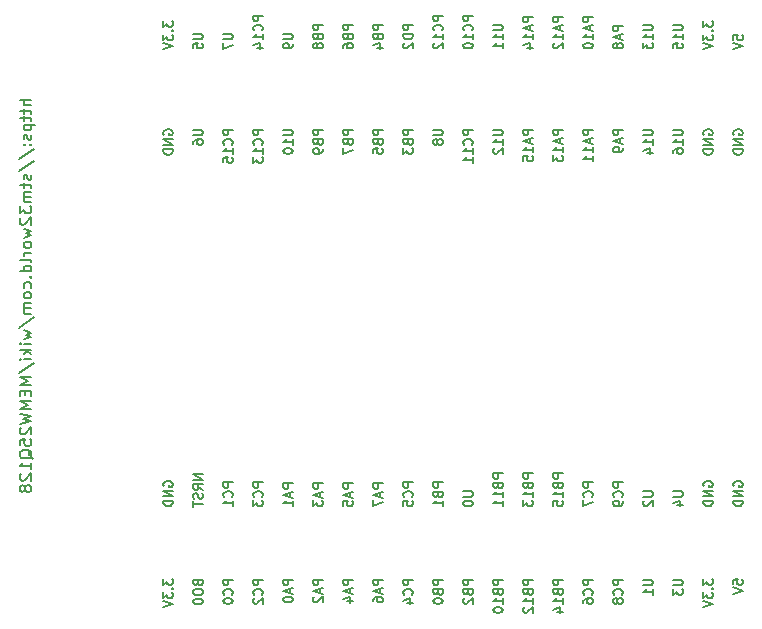
<source format=gbr>
%TF.GenerationSoftware,KiCad,Pcbnew,6.0.4+dfsg-1+b1*%
%TF.CreationDate,2022-05-05T09:05:32+08:00*%
%TF.ProjectId,memw25q128,6d656d77-3235-4713-9132-382e6b696361,rev?*%
%TF.SameCoordinates,Original*%
%TF.FileFunction,Legend,Bot*%
%TF.FilePolarity,Positive*%
%FSLAX46Y46*%
G04 Gerber Fmt 4.6, Leading zero omitted, Abs format (unit mm)*
G04 Created by KiCad (PCBNEW 6.0.4+dfsg-1+b1) date 2022-05-05 09:05:32*
%MOMM*%
%LPD*%
G01*
G04 APERTURE LIST*
%ADD10C,0.150000*%
G04 APERTURE END LIST*
D10*
%TO.C,J1*%
X162756904Y-112157976D02*
X163404523Y-112157976D01*
X163480714Y-112196071D01*
X163518809Y-112234166D01*
X163556904Y-112310357D01*
X163556904Y-112462738D01*
X163518809Y-112538928D01*
X163480714Y-112577023D01*
X163404523Y-112615119D01*
X162756904Y-112615119D01*
X162833095Y-112957976D02*
X162795000Y-112996071D01*
X162756904Y-113072261D01*
X162756904Y-113262738D01*
X162795000Y-113338928D01*
X162833095Y-113377023D01*
X162909285Y-113415119D01*
X162985476Y-113415119D01*
X163099761Y-113377023D01*
X163556904Y-112919880D01*
X163556904Y-113415119D01*
X140696904Y-119667976D02*
X139896904Y-119667976D01*
X139896904Y-119972738D01*
X139935000Y-120048928D01*
X139973095Y-120087023D01*
X140049285Y-120125119D01*
X140163571Y-120125119D01*
X140239761Y-120087023D01*
X140277857Y-120048928D01*
X140315952Y-119972738D01*
X140315952Y-119667976D01*
X140468333Y-120429880D02*
X140468333Y-120810833D01*
X140696904Y-120353690D02*
X139896904Y-120620357D01*
X140696904Y-120887023D01*
X139896904Y-121496547D02*
X139896904Y-121344166D01*
X139935000Y-121267976D01*
X139973095Y-121229880D01*
X140087380Y-121153690D01*
X140239761Y-121115595D01*
X140544523Y-121115595D01*
X140620714Y-121153690D01*
X140658809Y-121191785D01*
X140696904Y-121267976D01*
X140696904Y-121420357D01*
X140658809Y-121496547D01*
X140620714Y-121534642D01*
X140544523Y-121572738D01*
X140354047Y-121572738D01*
X140277857Y-121534642D01*
X140239761Y-121496547D01*
X140201666Y-121420357D01*
X140201666Y-121267976D01*
X140239761Y-121191785D01*
X140277857Y-121153690D01*
X140354047Y-121115595D01*
X150056904Y-72661071D02*
X150704523Y-72661071D01*
X150780714Y-72699166D01*
X150818809Y-72737261D01*
X150856904Y-72813452D01*
X150856904Y-72965833D01*
X150818809Y-73042023D01*
X150780714Y-73080119D01*
X150704523Y-73118214D01*
X150056904Y-73118214D01*
X150856904Y-73918214D02*
X150856904Y-73461071D01*
X150856904Y-73689642D02*
X150056904Y-73689642D01*
X150171190Y-73613452D01*
X150247380Y-73537261D01*
X150285476Y-73461071D01*
X150856904Y-74680119D02*
X150856904Y-74222976D01*
X150856904Y-74451547D02*
X150056904Y-74451547D01*
X150171190Y-74375357D01*
X150247380Y-74299166D01*
X150285476Y-74222976D01*
X138156904Y-81567976D02*
X137356904Y-81567976D01*
X137356904Y-81872738D01*
X137395000Y-81948928D01*
X137433095Y-81987023D01*
X137509285Y-82025119D01*
X137623571Y-82025119D01*
X137699761Y-81987023D01*
X137737857Y-81948928D01*
X137775952Y-81872738D01*
X137775952Y-81567976D01*
X137737857Y-82634642D02*
X137775952Y-82748928D01*
X137814047Y-82787023D01*
X137890238Y-82825119D01*
X138004523Y-82825119D01*
X138080714Y-82787023D01*
X138118809Y-82748928D01*
X138156904Y-82672738D01*
X138156904Y-82367976D01*
X137356904Y-82367976D01*
X137356904Y-82634642D01*
X137395000Y-82710833D01*
X137433095Y-82748928D01*
X137509285Y-82787023D01*
X137585476Y-82787023D01*
X137661666Y-82748928D01*
X137699761Y-82710833D01*
X137737857Y-82634642D01*
X137737857Y-82367976D01*
X137356904Y-83091785D02*
X137356904Y-83625119D01*
X138156904Y-83282261D01*
X138156904Y-111510357D02*
X137356904Y-111510357D01*
X137356904Y-111815119D01*
X137395000Y-111891309D01*
X137433095Y-111929404D01*
X137509285Y-111967500D01*
X137623571Y-111967500D01*
X137699761Y-111929404D01*
X137737857Y-111891309D01*
X137775952Y-111815119D01*
X137775952Y-111510357D01*
X137928333Y-112272261D02*
X137928333Y-112653214D01*
X138156904Y-112196071D02*
X137356904Y-112462738D01*
X138156904Y-112729404D01*
X137356904Y-113377023D02*
X137356904Y-112996071D01*
X137737857Y-112957976D01*
X137699761Y-112996071D01*
X137661666Y-113072261D01*
X137661666Y-113262738D01*
X137699761Y-113338928D01*
X137737857Y-113377023D01*
X137814047Y-113415119D01*
X138004523Y-113415119D01*
X138080714Y-113377023D01*
X138118809Y-113338928D01*
X138156904Y-113262738D01*
X138156904Y-113072261D01*
X138118809Y-112996071D01*
X138080714Y-112957976D01*
X147516904Y-112157976D02*
X148164523Y-112157976D01*
X148240714Y-112196071D01*
X148278809Y-112234166D01*
X148316904Y-112310357D01*
X148316904Y-112462738D01*
X148278809Y-112538928D01*
X148240714Y-112577023D01*
X148164523Y-112615119D01*
X147516904Y-112615119D01*
X147516904Y-113148452D02*
X147516904Y-113224642D01*
X147555000Y-113300833D01*
X147593095Y-113338928D01*
X147669285Y-113377023D01*
X147821666Y-113415119D01*
X148012142Y-113415119D01*
X148164523Y-113377023D01*
X148240714Y-113338928D01*
X148278809Y-113300833D01*
X148316904Y-113224642D01*
X148316904Y-113148452D01*
X148278809Y-113072261D01*
X148240714Y-113034166D01*
X148164523Y-112996071D01*
X148012142Y-112957976D01*
X147821666Y-112957976D01*
X147669285Y-112996071D01*
X147593095Y-113034166D01*
X147555000Y-113072261D01*
X147516904Y-113148452D01*
X130536904Y-81567976D02*
X129736904Y-81567976D01*
X129736904Y-81872738D01*
X129775000Y-81948928D01*
X129813095Y-81987023D01*
X129889285Y-82025119D01*
X130003571Y-82025119D01*
X130079761Y-81987023D01*
X130117857Y-81948928D01*
X130155952Y-81872738D01*
X130155952Y-81567976D01*
X130460714Y-82825119D02*
X130498809Y-82787023D01*
X130536904Y-82672738D01*
X130536904Y-82596547D01*
X130498809Y-82482261D01*
X130422619Y-82406071D01*
X130346428Y-82367976D01*
X130194047Y-82329880D01*
X130079761Y-82329880D01*
X129927380Y-82367976D01*
X129851190Y-82406071D01*
X129775000Y-82482261D01*
X129736904Y-82596547D01*
X129736904Y-82672738D01*
X129775000Y-82787023D01*
X129813095Y-82825119D01*
X130536904Y-83587023D02*
X130536904Y-83129880D01*
X130536904Y-83358452D02*
X129736904Y-83358452D01*
X129851190Y-83282261D01*
X129927380Y-83206071D01*
X129965476Y-83129880D01*
X129736904Y-83853690D02*
X129736904Y-84348928D01*
X130041666Y-84082261D01*
X130041666Y-84196547D01*
X130079761Y-84272738D01*
X130117857Y-84310833D01*
X130194047Y-84348928D01*
X130384523Y-84348928D01*
X130460714Y-84310833D01*
X130498809Y-84272738D01*
X130536904Y-84196547D01*
X130536904Y-83967976D01*
X130498809Y-83891785D01*
X130460714Y-83853690D01*
X153396904Y-72013452D02*
X152596904Y-72013452D01*
X152596904Y-72318214D01*
X152635000Y-72394404D01*
X152673095Y-72432500D01*
X152749285Y-72470595D01*
X152863571Y-72470595D01*
X152939761Y-72432500D01*
X152977857Y-72394404D01*
X153015952Y-72318214D01*
X153015952Y-72013452D01*
X153168333Y-72775357D02*
X153168333Y-73156309D01*
X153396904Y-72699166D02*
X152596904Y-72965833D01*
X153396904Y-73232500D01*
X153396904Y-73918214D02*
X153396904Y-73461071D01*
X153396904Y-73689642D02*
X152596904Y-73689642D01*
X152711190Y-73613452D01*
X152787380Y-73537261D01*
X152825476Y-73461071D01*
X152863571Y-74603928D02*
X153396904Y-74603928D01*
X152558809Y-74413452D02*
X153130238Y-74222976D01*
X153130238Y-74718214D01*
X132276904Y-73422976D02*
X132924523Y-73422976D01*
X133000714Y-73461071D01*
X133038809Y-73499166D01*
X133076904Y-73575357D01*
X133076904Y-73727738D01*
X133038809Y-73803928D01*
X133000714Y-73842023D01*
X132924523Y-73880119D01*
X132276904Y-73880119D01*
X133076904Y-74299166D02*
X133076904Y-74451547D01*
X133038809Y-74527738D01*
X133000714Y-74565833D01*
X132886428Y-74642023D01*
X132734047Y-74680119D01*
X132429285Y-74680119D01*
X132353095Y-74642023D01*
X132315000Y-74603928D01*
X132276904Y-74527738D01*
X132276904Y-74375357D01*
X132315000Y-74299166D01*
X132353095Y-74261071D01*
X132429285Y-74222976D01*
X132619761Y-74222976D01*
X132695952Y-74261071D01*
X132734047Y-74299166D01*
X132772142Y-74375357D01*
X132772142Y-74527738D01*
X132734047Y-74603928D01*
X132695952Y-74642023D01*
X132619761Y-74680119D01*
X167875000Y-81987023D02*
X167836904Y-81910833D01*
X167836904Y-81796547D01*
X167875000Y-81682261D01*
X167951190Y-81606071D01*
X168027380Y-81567976D01*
X168179761Y-81529880D01*
X168294047Y-81529880D01*
X168446428Y-81567976D01*
X168522619Y-81606071D01*
X168598809Y-81682261D01*
X168636904Y-81796547D01*
X168636904Y-81872738D01*
X168598809Y-81987023D01*
X168560714Y-82025119D01*
X168294047Y-82025119D01*
X168294047Y-81872738D01*
X168636904Y-82367976D02*
X167836904Y-82367976D01*
X168636904Y-82825119D01*
X167836904Y-82825119D01*
X168636904Y-83206071D02*
X167836904Y-83206071D01*
X167836904Y-83396547D01*
X167875000Y-83510833D01*
X167951190Y-83587023D01*
X168027380Y-83625119D01*
X168179761Y-83663214D01*
X168294047Y-83663214D01*
X168446428Y-83625119D01*
X168522619Y-83587023D01*
X168598809Y-83510833D01*
X168636904Y-83396547D01*
X168636904Y-83206071D01*
X127996904Y-111396071D02*
X127196904Y-111396071D01*
X127196904Y-111700833D01*
X127235000Y-111777023D01*
X127273095Y-111815119D01*
X127349285Y-111853214D01*
X127463571Y-111853214D01*
X127539761Y-111815119D01*
X127577857Y-111777023D01*
X127615952Y-111700833D01*
X127615952Y-111396071D01*
X127920714Y-112653214D02*
X127958809Y-112615119D01*
X127996904Y-112500833D01*
X127996904Y-112424642D01*
X127958809Y-112310357D01*
X127882619Y-112234166D01*
X127806428Y-112196071D01*
X127654047Y-112157976D01*
X127539761Y-112157976D01*
X127387380Y-112196071D01*
X127311190Y-112234166D01*
X127235000Y-112310357D01*
X127196904Y-112424642D01*
X127196904Y-112500833D01*
X127235000Y-112615119D01*
X127273095Y-112653214D01*
X127996904Y-113415119D02*
X127996904Y-112957976D01*
X127996904Y-113186547D02*
X127196904Y-113186547D01*
X127311190Y-113110357D01*
X127387380Y-113034166D01*
X127425476Y-112957976D01*
X165296904Y-119667976D02*
X165944523Y-119667976D01*
X166020714Y-119706071D01*
X166058809Y-119744166D01*
X166096904Y-119820357D01*
X166096904Y-119972738D01*
X166058809Y-120048928D01*
X166020714Y-120087023D01*
X165944523Y-120125119D01*
X165296904Y-120125119D01*
X165296904Y-120429880D02*
X165296904Y-120925119D01*
X165601666Y-120658452D01*
X165601666Y-120772738D01*
X165639761Y-120848928D01*
X165677857Y-120887023D01*
X165754047Y-120925119D01*
X165944523Y-120925119D01*
X166020714Y-120887023D01*
X166058809Y-120848928D01*
X166096904Y-120772738D01*
X166096904Y-120544166D01*
X166058809Y-120467976D01*
X166020714Y-120429880D01*
X153396904Y-110634166D02*
X152596904Y-110634166D01*
X152596904Y-110938928D01*
X152635000Y-111015119D01*
X152673095Y-111053214D01*
X152749285Y-111091309D01*
X152863571Y-111091309D01*
X152939761Y-111053214D01*
X152977857Y-111015119D01*
X153015952Y-110938928D01*
X153015952Y-110634166D01*
X152977857Y-111700833D02*
X153015952Y-111815119D01*
X153054047Y-111853214D01*
X153130238Y-111891309D01*
X153244523Y-111891309D01*
X153320714Y-111853214D01*
X153358809Y-111815119D01*
X153396904Y-111738928D01*
X153396904Y-111434166D01*
X152596904Y-111434166D01*
X152596904Y-111700833D01*
X152635000Y-111777023D01*
X152673095Y-111815119D01*
X152749285Y-111853214D01*
X152825476Y-111853214D01*
X152901666Y-111815119D01*
X152939761Y-111777023D01*
X152977857Y-111700833D01*
X152977857Y-111434166D01*
X153396904Y-112653214D02*
X153396904Y-112196071D01*
X153396904Y-112424642D02*
X152596904Y-112424642D01*
X152711190Y-112348452D01*
X152787380Y-112272261D01*
X152825476Y-112196071D01*
X152596904Y-112919880D02*
X152596904Y-113415119D01*
X152901666Y-113148452D01*
X152901666Y-113262738D01*
X152939761Y-113338928D01*
X152977857Y-113377023D01*
X153054047Y-113415119D01*
X153244523Y-113415119D01*
X153320714Y-113377023D01*
X153358809Y-113338928D01*
X153396904Y-113262738D01*
X153396904Y-113034166D01*
X153358809Y-112957976D01*
X153320714Y-112919880D01*
X145776904Y-119667976D02*
X144976904Y-119667976D01*
X144976904Y-119972738D01*
X145015000Y-120048928D01*
X145053095Y-120087023D01*
X145129285Y-120125119D01*
X145243571Y-120125119D01*
X145319761Y-120087023D01*
X145357857Y-120048928D01*
X145395952Y-119972738D01*
X145395952Y-119667976D01*
X145357857Y-120734642D02*
X145395952Y-120848928D01*
X145434047Y-120887023D01*
X145510238Y-120925119D01*
X145624523Y-120925119D01*
X145700714Y-120887023D01*
X145738809Y-120848928D01*
X145776904Y-120772738D01*
X145776904Y-120467976D01*
X144976904Y-120467976D01*
X144976904Y-120734642D01*
X145015000Y-120810833D01*
X145053095Y-120848928D01*
X145129285Y-120887023D01*
X145205476Y-120887023D01*
X145281666Y-120848928D01*
X145319761Y-120810833D01*
X145357857Y-120734642D01*
X145357857Y-120467976D01*
X144976904Y-121420357D02*
X144976904Y-121496547D01*
X145015000Y-121572738D01*
X145053095Y-121610833D01*
X145129285Y-121648928D01*
X145281666Y-121687023D01*
X145472142Y-121687023D01*
X145624523Y-121648928D01*
X145700714Y-121610833D01*
X145738809Y-121572738D01*
X145776904Y-121496547D01*
X145776904Y-121420357D01*
X145738809Y-121344166D01*
X145700714Y-121306071D01*
X145624523Y-121267976D01*
X145472142Y-121229880D01*
X145281666Y-121229880D01*
X145129285Y-121267976D01*
X145053095Y-121306071D01*
X145015000Y-121344166D01*
X144976904Y-121420357D01*
X133076904Y-111510357D02*
X132276904Y-111510357D01*
X132276904Y-111815119D01*
X132315000Y-111891309D01*
X132353095Y-111929404D01*
X132429285Y-111967500D01*
X132543571Y-111967500D01*
X132619761Y-111929404D01*
X132657857Y-111891309D01*
X132695952Y-111815119D01*
X132695952Y-111510357D01*
X132848333Y-112272261D02*
X132848333Y-112653214D01*
X133076904Y-112196071D02*
X132276904Y-112462738D01*
X133076904Y-112729404D01*
X133076904Y-113415119D02*
X133076904Y-112957976D01*
X133076904Y-113186547D02*
X132276904Y-113186547D01*
X132391190Y-113110357D01*
X132467380Y-113034166D01*
X132505476Y-112957976D01*
X138156904Y-119667976D02*
X137356904Y-119667976D01*
X137356904Y-119972738D01*
X137395000Y-120048928D01*
X137433095Y-120087023D01*
X137509285Y-120125119D01*
X137623571Y-120125119D01*
X137699761Y-120087023D01*
X137737857Y-120048928D01*
X137775952Y-119972738D01*
X137775952Y-119667976D01*
X137928333Y-120429880D02*
X137928333Y-120810833D01*
X138156904Y-120353690D02*
X137356904Y-120620357D01*
X138156904Y-120887023D01*
X137623571Y-121496547D02*
X138156904Y-121496547D01*
X137318809Y-121306071D02*
X137890238Y-121115595D01*
X137890238Y-121610833D01*
X148316904Y-71899166D02*
X147516904Y-71899166D01*
X147516904Y-72203928D01*
X147555000Y-72280119D01*
X147593095Y-72318214D01*
X147669285Y-72356309D01*
X147783571Y-72356309D01*
X147859761Y-72318214D01*
X147897857Y-72280119D01*
X147935952Y-72203928D01*
X147935952Y-71899166D01*
X148240714Y-73156309D02*
X148278809Y-73118214D01*
X148316904Y-73003928D01*
X148316904Y-72927738D01*
X148278809Y-72813452D01*
X148202619Y-72737261D01*
X148126428Y-72699166D01*
X147974047Y-72661071D01*
X147859761Y-72661071D01*
X147707380Y-72699166D01*
X147631190Y-72737261D01*
X147555000Y-72813452D01*
X147516904Y-72927738D01*
X147516904Y-73003928D01*
X147555000Y-73118214D01*
X147593095Y-73156309D01*
X148316904Y-73918214D02*
X148316904Y-73461071D01*
X148316904Y-73689642D02*
X147516904Y-73689642D01*
X147631190Y-73613452D01*
X147707380Y-73537261D01*
X147745476Y-73461071D01*
X147516904Y-74413452D02*
X147516904Y-74489642D01*
X147555000Y-74565833D01*
X147593095Y-74603928D01*
X147669285Y-74642023D01*
X147821666Y-74680119D01*
X148012142Y-74680119D01*
X148164523Y-74642023D01*
X148240714Y-74603928D01*
X148278809Y-74565833D01*
X148316904Y-74489642D01*
X148316904Y-74413452D01*
X148278809Y-74337261D01*
X148240714Y-74299166D01*
X148164523Y-74261071D01*
X148012142Y-74222976D01*
X147821666Y-74222976D01*
X147669285Y-74261071D01*
X147593095Y-74299166D01*
X147555000Y-74337261D01*
X147516904Y-74413452D01*
X155936904Y-110634166D02*
X155136904Y-110634166D01*
X155136904Y-110938928D01*
X155175000Y-111015119D01*
X155213095Y-111053214D01*
X155289285Y-111091309D01*
X155403571Y-111091309D01*
X155479761Y-111053214D01*
X155517857Y-111015119D01*
X155555952Y-110938928D01*
X155555952Y-110634166D01*
X155517857Y-111700833D02*
X155555952Y-111815119D01*
X155594047Y-111853214D01*
X155670238Y-111891309D01*
X155784523Y-111891309D01*
X155860714Y-111853214D01*
X155898809Y-111815119D01*
X155936904Y-111738928D01*
X155936904Y-111434166D01*
X155136904Y-111434166D01*
X155136904Y-111700833D01*
X155175000Y-111777023D01*
X155213095Y-111815119D01*
X155289285Y-111853214D01*
X155365476Y-111853214D01*
X155441666Y-111815119D01*
X155479761Y-111777023D01*
X155517857Y-111700833D01*
X155517857Y-111434166D01*
X155936904Y-112653214D02*
X155936904Y-112196071D01*
X155936904Y-112424642D02*
X155136904Y-112424642D01*
X155251190Y-112348452D01*
X155327380Y-112272261D01*
X155365476Y-112196071D01*
X155136904Y-113377023D02*
X155136904Y-112996071D01*
X155517857Y-112957976D01*
X155479761Y-112996071D01*
X155441666Y-113072261D01*
X155441666Y-113262738D01*
X155479761Y-113338928D01*
X155517857Y-113377023D01*
X155594047Y-113415119D01*
X155784523Y-113415119D01*
X155860714Y-113377023D01*
X155898809Y-113338928D01*
X155936904Y-113262738D01*
X155936904Y-113072261D01*
X155898809Y-112996071D01*
X155860714Y-112957976D01*
X130536904Y-111396071D02*
X129736904Y-111396071D01*
X129736904Y-111700833D01*
X129775000Y-111777023D01*
X129813095Y-111815119D01*
X129889285Y-111853214D01*
X130003571Y-111853214D01*
X130079761Y-111815119D01*
X130117857Y-111777023D01*
X130155952Y-111700833D01*
X130155952Y-111396071D01*
X130460714Y-112653214D02*
X130498809Y-112615119D01*
X130536904Y-112500833D01*
X130536904Y-112424642D01*
X130498809Y-112310357D01*
X130422619Y-112234166D01*
X130346428Y-112196071D01*
X130194047Y-112157976D01*
X130079761Y-112157976D01*
X129927380Y-112196071D01*
X129851190Y-112234166D01*
X129775000Y-112310357D01*
X129736904Y-112424642D01*
X129736904Y-112500833D01*
X129775000Y-112615119D01*
X129813095Y-112653214D01*
X129736904Y-112919880D02*
X129736904Y-113415119D01*
X130041666Y-113148452D01*
X130041666Y-113262738D01*
X130079761Y-113338928D01*
X130117857Y-113377023D01*
X130194047Y-113415119D01*
X130384523Y-113415119D01*
X130460714Y-113377023D01*
X130498809Y-113338928D01*
X130536904Y-113262738D01*
X130536904Y-113034166D01*
X130498809Y-112957976D01*
X130460714Y-112919880D01*
X127996904Y-119667976D02*
X127196904Y-119667976D01*
X127196904Y-119972738D01*
X127235000Y-120048928D01*
X127273095Y-120087023D01*
X127349285Y-120125119D01*
X127463571Y-120125119D01*
X127539761Y-120087023D01*
X127577857Y-120048928D01*
X127615952Y-119972738D01*
X127615952Y-119667976D01*
X127920714Y-120925119D02*
X127958809Y-120887023D01*
X127996904Y-120772738D01*
X127996904Y-120696547D01*
X127958809Y-120582261D01*
X127882619Y-120506071D01*
X127806428Y-120467976D01*
X127654047Y-120429880D01*
X127539761Y-120429880D01*
X127387380Y-120467976D01*
X127311190Y-120506071D01*
X127235000Y-120582261D01*
X127196904Y-120696547D01*
X127196904Y-120772738D01*
X127235000Y-120887023D01*
X127273095Y-120925119D01*
X127196904Y-121420357D02*
X127196904Y-121496547D01*
X127235000Y-121572738D01*
X127273095Y-121610833D01*
X127349285Y-121648928D01*
X127501666Y-121687023D01*
X127692142Y-121687023D01*
X127844523Y-121648928D01*
X127920714Y-121610833D01*
X127958809Y-121572738D01*
X127996904Y-121496547D01*
X127996904Y-121420357D01*
X127958809Y-121344166D01*
X127920714Y-121306071D01*
X127844523Y-121267976D01*
X127692142Y-121229880D01*
X127501666Y-121229880D01*
X127349285Y-121267976D01*
X127273095Y-121306071D01*
X127235000Y-121344166D01*
X127196904Y-121420357D01*
X124656904Y-73422976D02*
X125304523Y-73422976D01*
X125380714Y-73461071D01*
X125418809Y-73499166D01*
X125456904Y-73575357D01*
X125456904Y-73727738D01*
X125418809Y-73803928D01*
X125380714Y-73842023D01*
X125304523Y-73880119D01*
X124656904Y-73880119D01*
X124656904Y-74642023D02*
X124656904Y-74261071D01*
X125037857Y-74222976D01*
X124999761Y-74261071D01*
X124961666Y-74337261D01*
X124961666Y-74527738D01*
X124999761Y-74603928D01*
X125037857Y-74642023D01*
X125114047Y-74680119D01*
X125304523Y-74680119D01*
X125380714Y-74642023D01*
X125418809Y-74603928D01*
X125456904Y-74527738D01*
X125456904Y-74337261D01*
X125418809Y-74261071D01*
X125380714Y-74222976D01*
X143236904Y-111396071D02*
X142436904Y-111396071D01*
X142436904Y-111700833D01*
X142475000Y-111777023D01*
X142513095Y-111815119D01*
X142589285Y-111853214D01*
X142703571Y-111853214D01*
X142779761Y-111815119D01*
X142817857Y-111777023D01*
X142855952Y-111700833D01*
X142855952Y-111396071D01*
X143160714Y-112653214D02*
X143198809Y-112615119D01*
X143236904Y-112500833D01*
X143236904Y-112424642D01*
X143198809Y-112310357D01*
X143122619Y-112234166D01*
X143046428Y-112196071D01*
X142894047Y-112157976D01*
X142779761Y-112157976D01*
X142627380Y-112196071D01*
X142551190Y-112234166D01*
X142475000Y-112310357D01*
X142436904Y-112424642D01*
X142436904Y-112500833D01*
X142475000Y-112615119D01*
X142513095Y-112653214D01*
X142436904Y-113377023D02*
X142436904Y-112996071D01*
X142817857Y-112957976D01*
X142779761Y-112996071D01*
X142741666Y-113072261D01*
X142741666Y-113262738D01*
X142779761Y-113338928D01*
X142817857Y-113377023D01*
X142894047Y-113415119D01*
X143084523Y-113415119D01*
X143160714Y-113377023D01*
X143198809Y-113338928D01*
X143236904Y-113262738D01*
X143236904Y-113072261D01*
X143198809Y-112996071D01*
X143160714Y-112957976D01*
X143236904Y-81567976D02*
X142436904Y-81567976D01*
X142436904Y-81872738D01*
X142475000Y-81948928D01*
X142513095Y-81987023D01*
X142589285Y-82025119D01*
X142703571Y-82025119D01*
X142779761Y-81987023D01*
X142817857Y-81948928D01*
X142855952Y-81872738D01*
X142855952Y-81567976D01*
X142817857Y-82634642D02*
X142855952Y-82748928D01*
X142894047Y-82787023D01*
X142970238Y-82825119D01*
X143084523Y-82825119D01*
X143160714Y-82787023D01*
X143198809Y-82748928D01*
X143236904Y-82672738D01*
X143236904Y-82367976D01*
X142436904Y-82367976D01*
X142436904Y-82634642D01*
X142475000Y-82710833D01*
X142513095Y-82748928D01*
X142589285Y-82787023D01*
X142665476Y-82787023D01*
X142741666Y-82748928D01*
X142779761Y-82710833D01*
X142817857Y-82634642D01*
X142817857Y-82367976D01*
X142436904Y-83091785D02*
X142436904Y-83587023D01*
X142741666Y-83320357D01*
X142741666Y-83434642D01*
X142779761Y-83510833D01*
X142817857Y-83548928D01*
X142894047Y-83587023D01*
X143084523Y-83587023D01*
X143160714Y-83548928D01*
X143198809Y-83510833D01*
X143236904Y-83434642D01*
X143236904Y-83206071D01*
X143198809Y-83129880D01*
X143160714Y-83091785D01*
X170415000Y-81987023D02*
X170376904Y-81910833D01*
X170376904Y-81796547D01*
X170415000Y-81682261D01*
X170491190Y-81606071D01*
X170567380Y-81567976D01*
X170719761Y-81529880D01*
X170834047Y-81529880D01*
X170986428Y-81567976D01*
X171062619Y-81606071D01*
X171138809Y-81682261D01*
X171176904Y-81796547D01*
X171176904Y-81872738D01*
X171138809Y-81987023D01*
X171100714Y-82025119D01*
X170834047Y-82025119D01*
X170834047Y-81872738D01*
X171176904Y-82367976D02*
X170376904Y-82367976D01*
X171176904Y-82825119D01*
X170376904Y-82825119D01*
X171176904Y-83206071D02*
X170376904Y-83206071D01*
X170376904Y-83396547D01*
X170415000Y-83510833D01*
X170491190Y-83587023D01*
X170567380Y-83625119D01*
X170719761Y-83663214D01*
X170834047Y-83663214D01*
X170986428Y-83625119D01*
X171062619Y-83587023D01*
X171138809Y-83510833D01*
X171176904Y-83396547D01*
X171176904Y-83206071D01*
X145776904Y-111396071D02*
X144976904Y-111396071D01*
X144976904Y-111700833D01*
X145015000Y-111777023D01*
X145053095Y-111815119D01*
X145129285Y-111853214D01*
X145243571Y-111853214D01*
X145319761Y-111815119D01*
X145357857Y-111777023D01*
X145395952Y-111700833D01*
X145395952Y-111396071D01*
X145357857Y-112462738D02*
X145395952Y-112577023D01*
X145434047Y-112615119D01*
X145510238Y-112653214D01*
X145624523Y-112653214D01*
X145700714Y-112615119D01*
X145738809Y-112577023D01*
X145776904Y-112500833D01*
X145776904Y-112196071D01*
X144976904Y-112196071D01*
X144976904Y-112462738D01*
X145015000Y-112538928D01*
X145053095Y-112577023D01*
X145129285Y-112615119D01*
X145205476Y-112615119D01*
X145281666Y-112577023D01*
X145319761Y-112538928D01*
X145357857Y-112462738D01*
X145357857Y-112196071D01*
X145776904Y-113415119D02*
X145776904Y-112957976D01*
X145776904Y-113186547D02*
X144976904Y-113186547D01*
X145091190Y-113110357D01*
X145167380Y-113034166D01*
X145205476Y-112957976D01*
X135616904Y-111510357D02*
X134816904Y-111510357D01*
X134816904Y-111815119D01*
X134855000Y-111891309D01*
X134893095Y-111929404D01*
X134969285Y-111967500D01*
X135083571Y-111967500D01*
X135159761Y-111929404D01*
X135197857Y-111891309D01*
X135235952Y-111815119D01*
X135235952Y-111510357D01*
X135388333Y-112272261D02*
X135388333Y-112653214D01*
X135616904Y-112196071D02*
X134816904Y-112462738D01*
X135616904Y-112729404D01*
X134816904Y-112919880D02*
X134816904Y-113415119D01*
X135121666Y-113148452D01*
X135121666Y-113262738D01*
X135159761Y-113338928D01*
X135197857Y-113377023D01*
X135274047Y-113415119D01*
X135464523Y-113415119D01*
X135540714Y-113377023D01*
X135578809Y-113338928D01*
X135616904Y-113262738D01*
X135616904Y-113034166D01*
X135578809Y-112957976D01*
X135540714Y-112919880D01*
X167836904Y-72356309D02*
X167836904Y-72851547D01*
X168141666Y-72584880D01*
X168141666Y-72699166D01*
X168179761Y-72775357D01*
X168217857Y-72813452D01*
X168294047Y-72851547D01*
X168484523Y-72851547D01*
X168560714Y-72813452D01*
X168598809Y-72775357D01*
X168636904Y-72699166D01*
X168636904Y-72470595D01*
X168598809Y-72394404D01*
X168560714Y-72356309D01*
X168560714Y-73194404D02*
X168598809Y-73232500D01*
X168636904Y-73194404D01*
X168598809Y-73156309D01*
X168560714Y-73194404D01*
X168636904Y-73194404D01*
X167836904Y-73499166D02*
X167836904Y-73994404D01*
X168141666Y-73727738D01*
X168141666Y-73842023D01*
X168179761Y-73918214D01*
X168217857Y-73956309D01*
X168294047Y-73994404D01*
X168484523Y-73994404D01*
X168560714Y-73956309D01*
X168598809Y-73918214D01*
X168636904Y-73842023D01*
X168636904Y-73613452D01*
X168598809Y-73537261D01*
X168560714Y-73499166D01*
X167836904Y-74222976D02*
X168636904Y-74489642D01*
X167836904Y-74756309D01*
X145776904Y-71899166D02*
X144976904Y-71899166D01*
X144976904Y-72203928D01*
X145015000Y-72280119D01*
X145053095Y-72318214D01*
X145129285Y-72356309D01*
X145243571Y-72356309D01*
X145319761Y-72318214D01*
X145357857Y-72280119D01*
X145395952Y-72203928D01*
X145395952Y-71899166D01*
X145700714Y-73156309D02*
X145738809Y-73118214D01*
X145776904Y-73003928D01*
X145776904Y-72927738D01*
X145738809Y-72813452D01*
X145662619Y-72737261D01*
X145586428Y-72699166D01*
X145434047Y-72661071D01*
X145319761Y-72661071D01*
X145167380Y-72699166D01*
X145091190Y-72737261D01*
X145015000Y-72813452D01*
X144976904Y-72927738D01*
X144976904Y-73003928D01*
X145015000Y-73118214D01*
X145053095Y-73156309D01*
X145776904Y-73918214D02*
X145776904Y-73461071D01*
X145776904Y-73689642D02*
X144976904Y-73689642D01*
X145091190Y-73613452D01*
X145167380Y-73537261D01*
X145205476Y-73461071D01*
X145053095Y-74222976D02*
X145015000Y-74261071D01*
X144976904Y-74337261D01*
X144976904Y-74527738D01*
X145015000Y-74603928D01*
X145053095Y-74642023D01*
X145129285Y-74680119D01*
X145205476Y-74680119D01*
X145319761Y-74642023D01*
X145776904Y-74184880D01*
X145776904Y-74680119D01*
X158476904Y-119667976D02*
X157676904Y-119667976D01*
X157676904Y-119972738D01*
X157715000Y-120048928D01*
X157753095Y-120087023D01*
X157829285Y-120125119D01*
X157943571Y-120125119D01*
X158019761Y-120087023D01*
X158057857Y-120048928D01*
X158095952Y-119972738D01*
X158095952Y-119667976D01*
X158400714Y-120925119D02*
X158438809Y-120887023D01*
X158476904Y-120772738D01*
X158476904Y-120696547D01*
X158438809Y-120582261D01*
X158362619Y-120506071D01*
X158286428Y-120467976D01*
X158134047Y-120429880D01*
X158019761Y-120429880D01*
X157867380Y-120467976D01*
X157791190Y-120506071D01*
X157715000Y-120582261D01*
X157676904Y-120696547D01*
X157676904Y-120772738D01*
X157715000Y-120887023D01*
X157753095Y-120925119D01*
X157676904Y-121610833D02*
X157676904Y-121458452D01*
X157715000Y-121382261D01*
X157753095Y-121344166D01*
X157867380Y-121267976D01*
X158019761Y-121229880D01*
X158324523Y-121229880D01*
X158400714Y-121267976D01*
X158438809Y-121306071D01*
X158476904Y-121382261D01*
X158476904Y-121534642D01*
X158438809Y-121610833D01*
X158400714Y-121648928D01*
X158324523Y-121687023D01*
X158134047Y-121687023D01*
X158057857Y-121648928D01*
X158019761Y-121610833D01*
X157981666Y-121534642D01*
X157981666Y-121382261D01*
X158019761Y-121306071D01*
X158057857Y-121267976D01*
X158134047Y-121229880D01*
X153396904Y-81567976D02*
X152596904Y-81567976D01*
X152596904Y-81872738D01*
X152635000Y-81948928D01*
X152673095Y-81987023D01*
X152749285Y-82025119D01*
X152863571Y-82025119D01*
X152939761Y-81987023D01*
X152977857Y-81948928D01*
X153015952Y-81872738D01*
X153015952Y-81567976D01*
X153168333Y-82329880D02*
X153168333Y-82710833D01*
X153396904Y-82253690D02*
X152596904Y-82520357D01*
X153396904Y-82787023D01*
X153396904Y-83472738D02*
X153396904Y-83015595D01*
X153396904Y-83244166D02*
X152596904Y-83244166D01*
X152711190Y-83167976D01*
X152787380Y-83091785D01*
X152825476Y-83015595D01*
X152596904Y-84196547D02*
X152596904Y-83815595D01*
X152977857Y-83777500D01*
X152939761Y-83815595D01*
X152901666Y-83891785D01*
X152901666Y-84082261D01*
X152939761Y-84158452D01*
X152977857Y-84196547D01*
X153054047Y-84234642D01*
X153244523Y-84234642D01*
X153320714Y-84196547D01*
X153358809Y-84158452D01*
X153396904Y-84082261D01*
X153396904Y-83891785D01*
X153358809Y-83815595D01*
X153320714Y-83777500D01*
X153396904Y-119667976D02*
X152596904Y-119667976D01*
X152596904Y-119972738D01*
X152635000Y-120048928D01*
X152673095Y-120087023D01*
X152749285Y-120125119D01*
X152863571Y-120125119D01*
X152939761Y-120087023D01*
X152977857Y-120048928D01*
X153015952Y-119972738D01*
X153015952Y-119667976D01*
X152977857Y-120734642D02*
X153015952Y-120848928D01*
X153054047Y-120887023D01*
X153130238Y-120925119D01*
X153244523Y-120925119D01*
X153320714Y-120887023D01*
X153358809Y-120848928D01*
X153396904Y-120772738D01*
X153396904Y-120467976D01*
X152596904Y-120467976D01*
X152596904Y-120734642D01*
X152635000Y-120810833D01*
X152673095Y-120848928D01*
X152749285Y-120887023D01*
X152825476Y-120887023D01*
X152901666Y-120848928D01*
X152939761Y-120810833D01*
X152977857Y-120734642D01*
X152977857Y-120467976D01*
X153396904Y-121687023D02*
X153396904Y-121229880D01*
X153396904Y-121458452D02*
X152596904Y-121458452D01*
X152711190Y-121382261D01*
X152787380Y-121306071D01*
X152825476Y-121229880D01*
X152673095Y-121991785D02*
X152635000Y-122029880D01*
X152596904Y-122106071D01*
X152596904Y-122296547D01*
X152635000Y-122372738D01*
X152673095Y-122410833D01*
X152749285Y-122448928D01*
X152825476Y-122448928D01*
X152939761Y-122410833D01*
X153396904Y-121953690D01*
X153396904Y-122448928D01*
X150056904Y-81567976D02*
X150704523Y-81567976D01*
X150780714Y-81606071D01*
X150818809Y-81644166D01*
X150856904Y-81720357D01*
X150856904Y-81872738D01*
X150818809Y-81948928D01*
X150780714Y-81987023D01*
X150704523Y-82025119D01*
X150056904Y-82025119D01*
X150856904Y-82825119D02*
X150856904Y-82367976D01*
X150856904Y-82596547D02*
X150056904Y-82596547D01*
X150171190Y-82520357D01*
X150247380Y-82444166D01*
X150285476Y-82367976D01*
X150133095Y-83129880D02*
X150095000Y-83167976D01*
X150056904Y-83244166D01*
X150056904Y-83434642D01*
X150095000Y-83510833D01*
X150133095Y-83548928D01*
X150209285Y-83587023D01*
X150285476Y-83587023D01*
X150399761Y-83548928D01*
X150856904Y-83091785D01*
X150856904Y-83587023D01*
X138156904Y-72661071D02*
X137356904Y-72661071D01*
X137356904Y-72965833D01*
X137395000Y-73042023D01*
X137433095Y-73080119D01*
X137509285Y-73118214D01*
X137623571Y-73118214D01*
X137699761Y-73080119D01*
X137737857Y-73042023D01*
X137775952Y-72965833D01*
X137775952Y-72661071D01*
X137737857Y-73727738D02*
X137775952Y-73842023D01*
X137814047Y-73880119D01*
X137890238Y-73918214D01*
X138004523Y-73918214D01*
X138080714Y-73880119D01*
X138118809Y-73842023D01*
X138156904Y-73765833D01*
X138156904Y-73461071D01*
X137356904Y-73461071D01*
X137356904Y-73727738D01*
X137395000Y-73803928D01*
X137433095Y-73842023D01*
X137509285Y-73880119D01*
X137585476Y-73880119D01*
X137661666Y-73842023D01*
X137699761Y-73803928D01*
X137737857Y-73727738D01*
X137737857Y-73461071D01*
X137356904Y-74603928D02*
X137356904Y-74451547D01*
X137395000Y-74375357D01*
X137433095Y-74337261D01*
X137547380Y-74261071D01*
X137699761Y-74222976D01*
X138004523Y-74222976D01*
X138080714Y-74261071D01*
X138118809Y-74299166D01*
X138156904Y-74375357D01*
X138156904Y-74527738D01*
X138118809Y-74603928D01*
X138080714Y-74642023D01*
X138004523Y-74680119D01*
X137814047Y-74680119D01*
X137737857Y-74642023D01*
X137699761Y-74603928D01*
X137661666Y-74527738D01*
X137661666Y-74375357D01*
X137699761Y-74299166D01*
X137737857Y-74261071D01*
X137814047Y-74222976D01*
X161016904Y-72775357D02*
X160216904Y-72775357D01*
X160216904Y-73080119D01*
X160255000Y-73156309D01*
X160293095Y-73194404D01*
X160369285Y-73232500D01*
X160483571Y-73232500D01*
X160559761Y-73194404D01*
X160597857Y-73156309D01*
X160635952Y-73080119D01*
X160635952Y-72775357D01*
X160788333Y-73537261D02*
X160788333Y-73918214D01*
X161016904Y-73461071D02*
X160216904Y-73727738D01*
X161016904Y-73994404D01*
X160559761Y-74375357D02*
X160521666Y-74299166D01*
X160483571Y-74261071D01*
X160407380Y-74222976D01*
X160369285Y-74222976D01*
X160293095Y-74261071D01*
X160255000Y-74299166D01*
X160216904Y-74375357D01*
X160216904Y-74527738D01*
X160255000Y-74603928D01*
X160293095Y-74642023D01*
X160369285Y-74680119D01*
X160407380Y-74680119D01*
X160483571Y-74642023D01*
X160521666Y-74603928D01*
X160559761Y-74527738D01*
X160559761Y-74375357D01*
X160597857Y-74299166D01*
X160635952Y-74261071D01*
X160712142Y-74222976D01*
X160864523Y-74222976D01*
X160940714Y-74261071D01*
X160978809Y-74299166D01*
X161016904Y-74375357D01*
X161016904Y-74527738D01*
X160978809Y-74603928D01*
X160940714Y-74642023D01*
X160864523Y-74680119D01*
X160712142Y-74680119D01*
X160635952Y-74642023D01*
X160597857Y-74603928D01*
X160559761Y-74527738D01*
X143236904Y-72661071D02*
X142436904Y-72661071D01*
X142436904Y-72965833D01*
X142475000Y-73042023D01*
X142513095Y-73080119D01*
X142589285Y-73118214D01*
X142703571Y-73118214D01*
X142779761Y-73080119D01*
X142817857Y-73042023D01*
X142855952Y-72965833D01*
X142855952Y-72661071D01*
X143236904Y-73461071D02*
X142436904Y-73461071D01*
X142436904Y-73651547D01*
X142475000Y-73765833D01*
X142551190Y-73842023D01*
X142627380Y-73880119D01*
X142779761Y-73918214D01*
X142894047Y-73918214D01*
X143046428Y-73880119D01*
X143122619Y-73842023D01*
X143198809Y-73765833D01*
X143236904Y-73651547D01*
X143236904Y-73461071D01*
X142513095Y-74222976D02*
X142475000Y-74261071D01*
X142436904Y-74337261D01*
X142436904Y-74527738D01*
X142475000Y-74603928D01*
X142513095Y-74642023D01*
X142589285Y-74680119D01*
X142665476Y-74680119D01*
X142779761Y-74642023D01*
X143236904Y-74184880D01*
X143236904Y-74680119D01*
X140696904Y-81567976D02*
X139896904Y-81567976D01*
X139896904Y-81872738D01*
X139935000Y-81948928D01*
X139973095Y-81987023D01*
X140049285Y-82025119D01*
X140163571Y-82025119D01*
X140239761Y-81987023D01*
X140277857Y-81948928D01*
X140315952Y-81872738D01*
X140315952Y-81567976D01*
X140277857Y-82634642D02*
X140315952Y-82748928D01*
X140354047Y-82787023D01*
X140430238Y-82825119D01*
X140544523Y-82825119D01*
X140620714Y-82787023D01*
X140658809Y-82748928D01*
X140696904Y-82672738D01*
X140696904Y-82367976D01*
X139896904Y-82367976D01*
X139896904Y-82634642D01*
X139935000Y-82710833D01*
X139973095Y-82748928D01*
X140049285Y-82787023D01*
X140125476Y-82787023D01*
X140201666Y-82748928D01*
X140239761Y-82710833D01*
X140277857Y-82634642D01*
X140277857Y-82367976D01*
X139896904Y-83548928D02*
X139896904Y-83167976D01*
X140277857Y-83129880D01*
X140239761Y-83167976D01*
X140201666Y-83244166D01*
X140201666Y-83434642D01*
X140239761Y-83510833D01*
X140277857Y-83548928D01*
X140354047Y-83587023D01*
X140544523Y-83587023D01*
X140620714Y-83548928D01*
X140658809Y-83510833D01*
X140696904Y-83434642D01*
X140696904Y-83244166D01*
X140658809Y-83167976D01*
X140620714Y-83129880D01*
X135616904Y-81567976D02*
X134816904Y-81567976D01*
X134816904Y-81872738D01*
X134855000Y-81948928D01*
X134893095Y-81987023D01*
X134969285Y-82025119D01*
X135083571Y-82025119D01*
X135159761Y-81987023D01*
X135197857Y-81948928D01*
X135235952Y-81872738D01*
X135235952Y-81567976D01*
X135197857Y-82634642D02*
X135235952Y-82748928D01*
X135274047Y-82787023D01*
X135350238Y-82825119D01*
X135464523Y-82825119D01*
X135540714Y-82787023D01*
X135578809Y-82748928D01*
X135616904Y-82672738D01*
X135616904Y-82367976D01*
X134816904Y-82367976D01*
X134816904Y-82634642D01*
X134855000Y-82710833D01*
X134893095Y-82748928D01*
X134969285Y-82787023D01*
X135045476Y-82787023D01*
X135121666Y-82748928D01*
X135159761Y-82710833D01*
X135197857Y-82634642D01*
X135197857Y-82367976D01*
X135616904Y-83206071D02*
X135616904Y-83358452D01*
X135578809Y-83434642D01*
X135540714Y-83472738D01*
X135426428Y-83548928D01*
X135274047Y-83587023D01*
X134969285Y-83587023D01*
X134893095Y-83548928D01*
X134855000Y-83510833D01*
X134816904Y-83434642D01*
X134816904Y-83282261D01*
X134855000Y-83206071D01*
X134893095Y-83167976D01*
X134969285Y-83129880D01*
X135159761Y-83129880D01*
X135235952Y-83167976D01*
X135274047Y-83206071D01*
X135312142Y-83282261D01*
X135312142Y-83434642D01*
X135274047Y-83510833D01*
X135235952Y-83548928D01*
X135159761Y-83587023D01*
X162756904Y-81567976D02*
X163404523Y-81567976D01*
X163480714Y-81606071D01*
X163518809Y-81644166D01*
X163556904Y-81720357D01*
X163556904Y-81872738D01*
X163518809Y-81948928D01*
X163480714Y-81987023D01*
X163404523Y-82025119D01*
X162756904Y-82025119D01*
X163556904Y-82825119D02*
X163556904Y-82367976D01*
X163556904Y-82596547D02*
X162756904Y-82596547D01*
X162871190Y-82520357D01*
X162947380Y-82444166D01*
X162985476Y-82367976D01*
X163023571Y-83510833D02*
X163556904Y-83510833D01*
X162718809Y-83320357D02*
X163290238Y-83129880D01*
X163290238Y-83625119D01*
X167875000Y-111738928D02*
X167836904Y-111662738D01*
X167836904Y-111548452D01*
X167875000Y-111434166D01*
X167951190Y-111357976D01*
X168027380Y-111319880D01*
X168179761Y-111281785D01*
X168294047Y-111281785D01*
X168446428Y-111319880D01*
X168522619Y-111357976D01*
X168598809Y-111434166D01*
X168636904Y-111548452D01*
X168636904Y-111624642D01*
X168598809Y-111738928D01*
X168560714Y-111777023D01*
X168294047Y-111777023D01*
X168294047Y-111624642D01*
X168636904Y-112119880D02*
X167836904Y-112119880D01*
X168636904Y-112577023D01*
X167836904Y-112577023D01*
X168636904Y-112957976D02*
X167836904Y-112957976D01*
X167836904Y-113148452D01*
X167875000Y-113262738D01*
X167951190Y-113338928D01*
X168027380Y-113377023D01*
X168179761Y-113415119D01*
X168294047Y-113415119D01*
X168446428Y-113377023D01*
X168522619Y-113338928D01*
X168598809Y-113262738D01*
X168636904Y-113148452D01*
X168636904Y-112957976D01*
X165296904Y-72661071D02*
X165944523Y-72661071D01*
X166020714Y-72699166D01*
X166058809Y-72737261D01*
X166096904Y-72813452D01*
X166096904Y-72965833D01*
X166058809Y-73042023D01*
X166020714Y-73080119D01*
X165944523Y-73118214D01*
X165296904Y-73118214D01*
X166096904Y-73918214D02*
X166096904Y-73461071D01*
X166096904Y-73689642D02*
X165296904Y-73689642D01*
X165411190Y-73613452D01*
X165487380Y-73537261D01*
X165525476Y-73461071D01*
X165296904Y-74642023D02*
X165296904Y-74261071D01*
X165677857Y-74222976D01*
X165639761Y-74261071D01*
X165601666Y-74337261D01*
X165601666Y-74527738D01*
X165639761Y-74603928D01*
X165677857Y-74642023D01*
X165754047Y-74680119D01*
X165944523Y-74680119D01*
X166020714Y-74642023D01*
X166058809Y-74603928D01*
X166096904Y-74527738D01*
X166096904Y-74337261D01*
X166058809Y-74261071D01*
X166020714Y-74222976D01*
X158476904Y-81567976D02*
X157676904Y-81567976D01*
X157676904Y-81872738D01*
X157715000Y-81948928D01*
X157753095Y-81987023D01*
X157829285Y-82025119D01*
X157943571Y-82025119D01*
X158019761Y-81987023D01*
X158057857Y-81948928D01*
X158095952Y-81872738D01*
X158095952Y-81567976D01*
X158248333Y-82329880D02*
X158248333Y-82710833D01*
X158476904Y-82253690D02*
X157676904Y-82520357D01*
X158476904Y-82787023D01*
X158476904Y-83472738D02*
X158476904Y-83015595D01*
X158476904Y-83244166D02*
X157676904Y-83244166D01*
X157791190Y-83167976D01*
X157867380Y-83091785D01*
X157905476Y-83015595D01*
X158476904Y-84234642D02*
X158476904Y-83777500D01*
X158476904Y-84006071D02*
X157676904Y-84006071D01*
X157791190Y-83929880D01*
X157867380Y-83853690D01*
X157905476Y-83777500D01*
X122155000Y-81987023D02*
X122116904Y-81910833D01*
X122116904Y-81796547D01*
X122155000Y-81682261D01*
X122231190Y-81606071D01*
X122307380Y-81567976D01*
X122459761Y-81529880D01*
X122574047Y-81529880D01*
X122726428Y-81567976D01*
X122802619Y-81606071D01*
X122878809Y-81682261D01*
X122916904Y-81796547D01*
X122916904Y-81872738D01*
X122878809Y-81987023D01*
X122840714Y-82025119D01*
X122574047Y-82025119D01*
X122574047Y-81872738D01*
X122916904Y-82367976D02*
X122116904Y-82367976D01*
X122916904Y-82825119D01*
X122116904Y-82825119D01*
X122916904Y-83206071D02*
X122116904Y-83206071D01*
X122116904Y-83396547D01*
X122155000Y-83510833D01*
X122231190Y-83587023D01*
X122307380Y-83625119D01*
X122459761Y-83663214D01*
X122574047Y-83663214D01*
X122726428Y-83625119D01*
X122802619Y-83587023D01*
X122878809Y-83510833D01*
X122916904Y-83396547D01*
X122916904Y-83206071D01*
X162756904Y-119667976D02*
X163404523Y-119667976D01*
X163480714Y-119706071D01*
X163518809Y-119744166D01*
X163556904Y-119820357D01*
X163556904Y-119972738D01*
X163518809Y-120048928D01*
X163480714Y-120087023D01*
X163404523Y-120125119D01*
X162756904Y-120125119D01*
X163556904Y-120925119D02*
X163556904Y-120467976D01*
X163556904Y-120696547D02*
X162756904Y-120696547D01*
X162871190Y-120620357D01*
X162947380Y-120544166D01*
X162985476Y-120467976D01*
X140696904Y-111510357D02*
X139896904Y-111510357D01*
X139896904Y-111815119D01*
X139935000Y-111891309D01*
X139973095Y-111929404D01*
X140049285Y-111967500D01*
X140163571Y-111967500D01*
X140239761Y-111929404D01*
X140277857Y-111891309D01*
X140315952Y-111815119D01*
X140315952Y-111510357D01*
X140468333Y-112272261D02*
X140468333Y-112653214D01*
X140696904Y-112196071D02*
X139896904Y-112462738D01*
X140696904Y-112729404D01*
X139896904Y-112919880D02*
X139896904Y-113453214D01*
X140696904Y-113110357D01*
X148316904Y-119667976D02*
X147516904Y-119667976D01*
X147516904Y-119972738D01*
X147555000Y-120048928D01*
X147593095Y-120087023D01*
X147669285Y-120125119D01*
X147783571Y-120125119D01*
X147859761Y-120087023D01*
X147897857Y-120048928D01*
X147935952Y-119972738D01*
X147935952Y-119667976D01*
X147897857Y-120734642D02*
X147935952Y-120848928D01*
X147974047Y-120887023D01*
X148050238Y-120925119D01*
X148164523Y-120925119D01*
X148240714Y-120887023D01*
X148278809Y-120848928D01*
X148316904Y-120772738D01*
X148316904Y-120467976D01*
X147516904Y-120467976D01*
X147516904Y-120734642D01*
X147555000Y-120810833D01*
X147593095Y-120848928D01*
X147669285Y-120887023D01*
X147745476Y-120887023D01*
X147821666Y-120848928D01*
X147859761Y-120810833D01*
X147897857Y-120734642D01*
X147897857Y-120467976D01*
X147593095Y-121229880D02*
X147555000Y-121267976D01*
X147516904Y-121344166D01*
X147516904Y-121534642D01*
X147555000Y-121610833D01*
X147593095Y-121648928D01*
X147669285Y-121687023D01*
X147745476Y-121687023D01*
X147859761Y-121648928D01*
X148316904Y-121191785D01*
X148316904Y-121687023D01*
X155936904Y-72013452D02*
X155136904Y-72013452D01*
X155136904Y-72318214D01*
X155175000Y-72394404D01*
X155213095Y-72432500D01*
X155289285Y-72470595D01*
X155403571Y-72470595D01*
X155479761Y-72432500D01*
X155517857Y-72394404D01*
X155555952Y-72318214D01*
X155555952Y-72013452D01*
X155708333Y-72775357D02*
X155708333Y-73156309D01*
X155936904Y-72699166D02*
X155136904Y-72965833D01*
X155936904Y-73232500D01*
X155936904Y-73918214D02*
X155936904Y-73461071D01*
X155936904Y-73689642D02*
X155136904Y-73689642D01*
X155251190Y-73613452D01*
X155327380Y-73537261D01*
X155365476Y-73461071D01*
X155213095Y-74222976D02*
X155175000Y-74261071D01*
X155136904Y-74337261D01*
X155136904Y-74527738D01*
X155175000Y-74603928D01*
X155213095Y-74642023D01*
X155289285Y-74680119D01*
X155365476Y-74680119D01*
X155479761Y-74642023D01*
X155936904Y-74184880D01*
X155936904Y-74680119D01*
X122116904Y-72356309D02*
X122116904Y-72851547D01*
X122421666Y-72584880D01*
X122421666Y-72699166D01*
X122459761Y-72775357D01*
X122497857Y-72813452D01*
X122574047Y-72851547D01*
X122764523Y-72851547D01*
X122840714Y-72813452D01*
X122878809Y-72775357D01*
X122916904Y-72699166D01*
X122916904Y-72470595D01*
X122878809Y-72394404D01*
X122840714Y-72356309D01*
X122840714Y-73194404D02*
X122878809Y-73232500D01*
X122916904Y-73194404D01*
X122878809Y-73156309D01*
X122840714Y-73194404D01*
X122916904Y-73194404D01*
X122116904Y-73499166D02*
X122116904Y-73994404D01*
X122421666Y-73727738D01*
X122421666Y-73842023D01*
X122459761Y-73918214D01*
X122497857Y-73956309D01*
X122574047Y-73994404D01*
X122764523Y-73994404D01*
X122840714Y-73956309D01*
X122878809Y-73918214D01*
X122916904Y-73842023D01*
X122916904Y-73613452D01*
X122878809Y-73537261D01*
X122840714Y-73499166D01*
X122116904Y-74222976D02*
X122916904Y-74489642D01*
X122116904Y-74756309D01*
X161016904Y-81567976D02*
X160216904Y-81567976D01*
X160216904Y-81872738D01*
X160255000Y-81948928D01*
X160293095Y-81987023D01*
X160369285Y-82025119D01*
X160483571Y-82025119D01*
X160559761Y-81987023D01*
X160597857Y-81948928D01*
X160635952Y-81872738D01*
X160635952Y-81567976D01*
X160788333Y-82329880D02*
X160788333Y-82710833D01*
X161016904Y-82253690D02*
X160216904Y-82520357D01*
X161016904Y-82787023D01*
X161016904Y-83091785D02*
X161016904Y-83244166D01*
X160978809Y-83320357D01*
X160940714Y-83358452D01*
X160826428Y-83434642D01*
X160674047Y-83472738D01*
X160369285Y-83472738D01*
X160293095Y-83434642D01*
X160255000Y-83396547D01*
X160216904Y-83320357D01*
X160216904Y-83167976D01*
X160255000Y-83091785D01*
X160293095Y-83053690D01*
X160369285Y-83015595D01*
X160559761Y-83015595D01*
X160635952Y-83053690D01*
X160674047Y-83091785D01*
X160712142Y-83167976D01*
X160712142Y-83320357D01*
X160674047Y-83396547D01*
X160635952Y-83434642D01*
X160559761Y-83472738D01*
X130536904Y-71899166D02*
X129736904Y-71899166D01*
X129736904Y-72203928D01*
X129775000Y-72280119D01*
X129813095Y-72318214D01*
X129889285Y-72356309D01*
X130003571Y-72356309D01*
X130079761Y-72318214D01*
X130117857Y-72280119D01*
X130155952Y-72203928D01*
X130155952Y-71899166D01*
X130460714Y-73156309D02*
X130498809Y-73118214D01*
X130536904Y-73003928D01*
X130536904Y-72927738D01*
X130498809Y-72813452D01*
X130422619Y-72737261D01*
X130346428Y-72699166D01*
X130194047Y-72661071D01*
X130079761Y-72661071D01*
X129927380Y-72699166D01*
X129851190Y-72737261D01*
X129775000Y-72813452D01*
X129736904Y-72927738D01*
X129736904Y-73003928D01*
X129775000Y-73118214D01*
X129813095Y-73156309D01*
X130536904Y-73918214D02*
X130536904Y-73461071D01*
X130536904Y-73689642D02*
X129736904Y-73689642D01*
X129851190Y-73613452D01*
X129927380Y-73537261D01*
X129965476Y-73461071D01*
X130003571Y-74603928D02*
X130536904Y-74603928D01*
X129698809Y-74413452D02*
X130270238Y-74222976D01*
X130270238Y-74718214D01*
X161016904Y-119667976D02*
X160216904Y-119667976D01*
X160216904Y-119972738D01*
X160255000Y-120048928D01*
X160293095Y-120087023D01*
X160369285Y-120125119D01*
X160483571Y-120125119D01*
X160559761Y-120087023D01*
X160597857Y-120048928D01*
X160635952Y-119972738D01*
X160635952Y-119667976D01*
X160940714Y-120925119D02*
X160978809Y-120887023D01*
X161016904Y-120772738D01*
X161016904Y-120696547D01*
X160978809Y-120582261D01*
X160902619Y-120506071D01*
X160826428Y-120467976D01*
X160674047Y-120429880D01*
X160559761Y-120429880D01*
X160407380Y-120467976D01*
X160331190Y-120506071D01*
X160255000Y-120582261D01*
X160216904Y-120696547D01*
X160216904Y-120772738D01*
X160255000Y-120887023D01*
X160293095Y-120925119D01*
X160559761Y-121382261D02*
X160521666Y-121306071D01*
X160483571Y-121267976D01*
X160407380Y-121229880D01*
X160369285Y-121229880D01*
X160293095Y-121267976D01*
X160255000Y-121306071D01*
X160216904Y-121382261D01*
X160216904Y-121534642D01*
X160255000Y-121610833D01*
X160293095Y-121648928D01*
X160369285Y-121687023D01*
X160407380Y-121687023D01*
X160483571Y-121648928D01*
X160521666Y-121610833D01*
X160559761Y-121534642D01*
X160559761Y-121382261D01*
X160597857Y-121306071D01*
X160635952Y-121267976D01*
X160712142Y-121229880D01*
X160864523Y-121229880D01*
X160940714Y-121267976D01*
X160978809Y-121306071D01*
X161016904Y-121382261D01*
X161016904Y-121534642D01*
X160978809Y-121610833D01*
X160940714Y-121648928D01*
X160864523Y-121687023D01*
X160712142Y-121687023D01*
X160635952Y-121648928D01*
X160597857Y-121610833D01*
X160559761Y-121534642D01*
X155936904Y-81567976D02*
X155136904Y-81567976D01*
X155136904Y-81872738D01*
X155175000Y-81948928D01*
X155213095Y-81987023D01*
X155289285Y-82025119D01*
X155403571Y-82025119D01*
X155479761Y-81987023D01*
X155517857Y-81948928D01*
X155555952Y-81872738D01*
X155555952Y-81567976D01*
X155708333Y-82329880D02*
X155708333Y-82710833D01*
X155936904Y-82253690D02*
X155136904Y-82520357D01*
X155936904Y-82787023D01*
X155936904Y-83472738D02*
X155936904Y-83015595D01*
X155936904Y-83244166D02*
X155136904Y-83244166D01*
X155251190Y-83167976D01*
X155327380Y-83091785D01*
X155365476Y-83015595D01*
X155136904Y-83739404D02*
X155136904Y-84234642D01*
X155441666Y-83967976D01*
X155441666Y-84082261D01*
X155479761Y-84158452D01*
X155517857Y-84196547D01*
X155594047Y-84234642D01*
X155784523Y-84234642D01*
X155860714Y-84196547D01*
X155898809Y-84158452D01*
X155936904Y-84082261D01*
X155936904Y-83853690D01*
X155898809Y-83777500D01*
X155860714Y-83739404D01*
X122155000Y-111738928D02*
X122116904Y-111662738D01*
X122116904Y-111548452D01*
X122155000Y-111434166D01*
X122231190Y-111357976D01*
X122307380Y-111319880D01*
X122459761Y-111281785D01*
X122574047Y-111281785D01*
X122726428Y-111319880D01*
X122802619Y-111357976D01*
X122878809Y-111434166D01*
X122916904Y-111548452D01*
X122916904Y-111624642D01*
X122878809Y-111738928D01*
X122840714Y-111777023D01*
X122574047Y-111777023D01*
X122574047Y-111624642D01*
X122916904Y-112119880D02*
X122116904Y-112119880D01*
X122916904Y-112577023D01*
X122116904Y-112577023D01*
X122916904Y-112957976D02*
X122116904Y-112957976D01*
X122116904Y-113148452D01*
X122155000Y-113262738D01*
X122231190Y-113338928D01*
X122307380Y-113377023D01*
X122459761Y-113415119D01*
X122574047Y-113415119D01*
X122726428Y-113377023D01*
X122802619Y-113338928D01*
X122878809Y-113262738D01*
X122916904Y-113148452D01*
X122916904Y-112957976D01*
X165296904Y-112157976D02*
X165944523Y-112157976D01*
X166020714Y-112196071D01*
X166058809Y-112234166D01*
X166096904Y-112310357D01*
X166096904Y-112462738D01*
X166058809Y-112538928D01*
X166020714Y-112577023D01*
X165944523Y-112615119D01*
X165296904Y-112615119D01*
X165563571Y-113338928D02*
X166096904Y-113338928D01*
X165258809Y-113148452D02*
X165830238Y-112957976D01*
X165830238Y-113453214D01*
X165296904Y-81567976D02*
X165944523Y-81567976D01*
X166020714Y-81606071D01*
X166058809Y-81644166D01*
X166096904Y-81720357D01*
X166096904Y-81872738D01*
X166058809Y-81948928D01*
X166020714Y-81987023D01*
X165944523Y-82025119D01*
X165296904Y-82025119D01*
X166096904Y-82825119D02*
X166096904Y-82367976D01*
X166096904Y-82596547D02*
X165296904Y-82596547D01*
X165411190Y-82520357D01*
X165487380Y-82444166D01*
X165525476Y-82367976D01*
X165296904Y-83510833D02*
X165296904Y-83358452D01*
X165335000Y-83282261D01*
X165373095Y-83244166D01*
X165487380Y-83167976D01*
X165639761Y-83129880D01*
X165944523Y-83129880D01*
X166020714Y-83167976D01*
X166058809Y-83206071D01*
X166096904Y-83282261D01*
X166096904Y-83434642D01*
X166058809Y-83510833D01*
X166020714Y-83548928D01*
X165944523Y-83587023D01*
X165754047Y-83587023D01*
X165677857Y-83548928D01*
X165639761Y-83510833D01*
X165601666Y-83434642D01*
X165601666Y-83282261D01*
X165639761Y-83206071D01*
X165677857Y-83167976D01*
X165754047Y-83129880D01*
X130536904Y-119667976D02*
X129736904Y-119667976D01*
X129736904Y-119972738D01*
X129775000Y-120048928D01*
X129813095Y-120087023D01*
X129889285Y-120125119D01*
X130003571Y-120125119D01*
X130079761Y-120087023D01*
X130117857Y-120048928D01*
X130155952Y-119972738D01*
X130155952Y-119667976D01*
X130460714Y-120925119D02*
X130498809Y-120887023D01*
X130536904Y-120772738D01*
X130536904Y-120696547D01*
X130498809Y-120582261D01*
X130422619Y-120506071D01*
X130346428Y-120467976D01*
X130194047Y-120429880D01*
X130079761Y-120429880D01*
X129927380Y-120467976D01*
X129851190Y-120506071D01*
X129775000Y-120582261D01*
X129736904Y-120696547D01*
X129736904Y-120772738D01*
X129775000Y-120887023D01*
X129813095Y-120925119D01*
X129813095Y-121229880D02*
X129775000Y-121267976D01*
X129736904Y-121344166D01*
X129736904Y-121534642D01*
X129775000Y-121610833D01*
X129813095Y-121648928D01*
X129889285Y-121687023D01*
X129965476Y-121687023D01*
X130079761Y-121648928D01*
X130536904Y-121191785D01*
X130536904Y-121687023D01*
X143236904Y-119667976D02*
X142436904Y-119667976D01*
X142436904Y-119972738D01*
X142475000Y-120048928D01*
X142513095Y-120087023D01*
X142589285Y-120125119D01*
X142703571Y-120125119D01*
X142779761Y-120087023D01*
X142817857Y-120048928D01*
X142855952Y-119972738D01*
X142855952Y-119667976D01*
X143160714Y-120925119D02*
X143198809Y-120887023D01*
X143236904Y-120772738D01*
X143236904Y-120696547D01*
X143198809Y-120582261D01*
X143122619Y-120506071D01*
X143046428Y-120467976D01*
X142894047Y-120429880D01*
X142779761Y-120429880D01*
X142627380Y-120467976D01*
X142551190Y-120506071D01*
X142475000Y-120582261D01*
X142436904Y-120696547D01*
X142436904Y-120772738D01*
X142475000Y-120887023D01*
X142513095Y-120925119D01*
X142703571Y-121610833D02*
X143236904Y-121610833D01*
X142398809Y-121420357D02*
X142970238Y-121229880D01*
X142970238Y-121725119D01*
X161016904Y-111396071D02*
X160216904Y-111396071D01*
X160216904Y-111700833D01*
X160255000Y-111777023D01*
X160293095Y-111815119D01*
X160369285Y-111853214D01*
X160483571Y-111853214D01*
X160559761Y-111815119D01*
X160597857Y-111777023D01*
X160635952Y-111700833D01*
X160635952Y-111396071D01*
X160940714Y-112653214D02*
X160978809Y-112615119D01*
X161016904Y-112500833D01*
X161016904Y-112424642D01*
X160978809Y-112310357D01*
X160902619Y-112234166D01*
X160826428Y-112196071D01*
X160674047Y-112157976D01*
X160559761Y-112157976D01*
X160407380Y-112196071D01*
X160331190Y-112234166D01*
X160255000Y-112310357D01*
X160216904Y-112424642D01*
X160216904Y-112500833D01*
X160255000Y-112615119D01*
X160293095Y-112653214D01*
X161016904Y-113034166D02*
X161016904Y-113186547D01*
X160978809Y-113262738D01*
X160940714Y-113300833D01*
X160826428Y-113377023D01*
X160674047Y-113415119D01*
X160369285Y-113415119D01*
X160293095Y-113377023D01*
X160255000Y-113338928D01*
X160216904Y-113262738D01*
X160216904Y-113110357D01*
X160255000Y-113034166D01*
X160293095Y-112996071D01*
X160369285Y-112957976D01*
X160559761Y-112957976D01*
X160635952Y-112996071D01*
X160674047Y-113034166D01*
X160712142Y-113110357D01*
X160712142Y-113262738D01*
X160674047Y-113338928D01*
X160635952Y-113377023D01*
X160559761Y-113415119D01*
X110942380Y-79075595D02*
X109942380Y-79075595D01*
X110942380Y-79504166D02*
X110418571Y-79504166D01*
X110323333Y-79456547D01*
X110275714Y-79361309D01*
X110275714Y-79218452D01*
X110323333Y-79123214D01*
X110370952Y-79075595D01*
X110275714Y-79837500D02*
X110275714Y-80218452D01*
X109942380Y-79980357D02*
X110799523Y-79980357D01*
X110894761Y-80027976D01*
X110942380Y-80123214D01*
X110942380Y-80218452D01*
X110275714Y-80408928D02*
X110275714Y-80789880D01*
X109942380Y-80551785D02*
X110799523Y-80551785D01*
X110894761Y-80599404D01*
X110942380Y-80694642D01*
X110942380Y-80789880D01*
X110275714Y-81123214D02*
X111275714Y-81123214D01*
X110323333Y-81123214D02*
X110275714Y-81218452D01*
X110275714Y-81408928D01*
X110323333Y-81504166D01*
X110370952Y-81551785D01*
X110466190Y-81599404D01*
X110751904Y-81599404D01*
X110847142Y-81551785D01*
X110894761Y-81504166D01*
X110942380Y-81408928D01*
X110942380Y-81218452D01*
X110894761Y-81123214D01*
X110894761Y-81980357D02*
X110942380Y-82075595D01*
X110942380Y-82266071D01*
X110894761Y-82361309D01*
X110799523Y-82408928D01*
X110751904Y-82408928D01*
X110656666Y-82361309D01*
X110609047Y-82266071D01*
X110609047Y-82123214D01*
X110561428Y-82027976D01*
X110466190Y-81980357D01*
X110418571Y-81980357D01*
X110323333Y-82027976D01*
X110275714Y-82123214D01*
X110275714Y-82266071D01*
X110323333Y-82361309D01*
X110847142Y-82837500D02*
X110894761Y-82885119D01*
X110942380Y-82837500D01*
X110894761Y-82789880D01*
X110847142Y-82837500D01*
X110942380Y-82837500D01*
X110323333Y-82837500D02*
X110370952Y-82885119D01*
X110418571Y-82837500D01*
X110370952Y-82789880D01*
X110323333Y-82837500D01*
X110418571Y-82837500D01*
X109894761Y-84027976D02*
X111180476Y-83170833D01*
X109894761Y-85075595D02*
X111180476Y-84218452D01*
X110894761Y-85361309D02*
X110942380Y-85456547D01*
X110942380Y-85647023D01*
X110894761Y-85742261D01*
X110799523Y-85789880D01*
X110751904Y-85789880D01*
X110656666Y-85742261D01*
X110609047Y-85647023D01*
X110609047Y-85504166D01*
X110561428Y-85408928D01*
X110466190Y-85361309D01*
X110418571Y-85361309D01*
X110323333Y-85408928D01*
X110275714Y-85504166D01*
X110275714Y-85647023D01*
X110323333Y-85742261D01*
X110275714Y-86075595D02*
X110275714Y-86456547D01*
X109942380Y-86218452D02*
X110799523Y-86218452D01*
X110894761Y-86266071D01*
X110942380Y-86361309D01*
X110942380Y-86456547D01*
X110942380Y-86789880D02*
X110275714Y-86789880D01*
X110370952Y-86789880D02*
X110323333Y-86837500D01*
X110275714Y-86932738D01*
X110275714Y-87075595D01*
X110323333Y-87170833D01*
X110418571Y-87218452D01*
X110942380Y-87218452D01*
X110418571Y-87218452D02*
X110323333Y-87266071D01*
X110275714Y-87361309D01*
X110275714Y-87504166D01*
X110323333Y-87599404D01*
X110418571Y-87647023D01*
X110942380Y-87647023D01*
X109942380Y-88027976D02*
X109942380Y-88647023D01*
X110323333Y-88313690D01*
X110323333Y-88456547D01*
X110370952Y-88551785D01*
X110418571Y-88599404D01*
X110513809Y-88647023D01*
X110751904Y-88647023D01*
X110847142Y-88599404D01*
X110894761Y-88551785D01*
X110942380Y-88456547D01*
X110942380Y-88170833D01*
X110894761Y-88075595D01*
X110847142Y-88027976D01*
X110037619Y-89027976D02*
X109990000Y-89075595D01*
X109942380Y-89170833D01*
X109942380Y-89408928D01*
X109990000Y-89504166D01*
X110037619Y-89551785D01*
X110132857Y-89599404D01*
X110228095Y-89599404D01*
X110370952Y-89551785D01*
X110942380Y-88980357D01*
X110942380Y-89599404D01*
X110275714Y-89932738D02*
X110942380Y-90123214D01*
X110466190Y-90313690D01*
X110942380Y-90504166D01*
X110275714Y-90694642D01*
X110942380Y-91218452D02*
X110894761Y-91123214D01*
X110847142Y-91075595D01*
X110751904Y-91027976D01*
X110466190Y-91027976D01*
X110370952Y-91075595D01*
X110323333Y-91123214D01*
X110275714Y-91218452D01*
X110275714Y-91361309D01*
X110323333Y-91456547D01*
X110370952Y-91504166D01*
X110466190Y-91551785D01*
X110751904Y-91551785D01*
X110847142Y-91504166D01*
X110894761Y-91456547D01*
X110942380Y-91361309D01*
X110942380Y-91218452D01*
X110942380Y-91980357D02*
X110275714Y-91980357D01*
X110466190Y-91980357D02*
X110370952Y-92027976D01*
X110323333Y-92075595D01*
X110275714Y-92170833D01*
X110275714Y-92266071D01*
X110942380Y-92742261D02*
X110894761Y-92647023D01*
X110799523Y-92599404D01*
X109942380Y-92599404D01*
X110942380Y-93551785D02*
X109942380Y-93551785D01*
X110894761Y-93551785D02*
X110942380Y-93456547D01*
X110942380Y-93266071D01*
X110894761Y-93170833D01*
X110847142Y-93123214D01*
X110751904Y-93075595D01*
X110466190Y-93075595D01*
X110370952Y-93123214D01*
X110323333Y-93170833D01*
X110275714Y-93266071D01*
X110275714Y-93456547D01*
X110323333Y-93551785D01*
X110847142Y-94027976D02*
X110894761Y-94075595D01*
X110942380Y-94027976D01*
X110894761Y-93980357D01*
X110847142Y-94027976D01*
X110942380Y-94027976D01*
X110894761Y-94932738D02*
X110942380Y-94837500D01*
X110942380Y-94647023D01*
X110894761Y-94551785D01*
X110847142Y-94504166D01*
X110751904Y-94456547D01*
X110466190Y-94456547D01*
X110370952Y-94504166D01*
X110323333Y-94551785D01*
X110275714Y-94647023D01*
X110275714Y-94837500D01*
X110323333Y-94932738D01*
X110942380Y-95504166D02*
X110894761Y-95408928D01*
X110847142Y-95361309D01*
X110751904Y-95313690D01*
X110466190Y-95313690D01*
X110370952Y-95361309D01*
X110323333Y-95408928D01*
X110275714Y-95504166D01*
X110275714Y-95647023D01*
X110323333Y-95742261D01*
X110370952Y-95789880D01*
X110466190Y-95837500D01*
X110751904Y-95837500D01*
X110847142Y-95789880D01*
X110894761Y-95742261D01*
X110942380Y-95647023D01*
X110942380Y-95504166D01*
X110942380Y-96266071D02*
X110275714Y-96266071D01*
X110370952Y-96266071D02*
X110323333Y-96313690D01*
X110275714Y-96408928D01*
X110275714Y-96551785D01*
X110323333Y-96647023D01*
X110418571Y-96694642D01*
X110942380Y-96694642D01*
X110418571Y-96694642D02*
X110323333Y-96742261D01*
X110275714Y-96837500D01*
X110275714Y-96980357D01*
X110323333Y-97075595D01*
X110418571Y-97123214D01*
X110942380Y-97123214D01*
X109894761Y-98313690D02*
X111180476Y-97456547D01*
X110275714Y-98551785D02*
X110942380Y-98742261D01*
X110466190Y-98932738D01*
X110942380Y-99123214D01*
X110275714Y-99313690D01*
X110942380Y-99694642D02*
X110275714Y-99694642D01*
X109942380Y-99694642D02*
X109990000Y-99647023D01*
X110037619Y-99694642D01*
X109990000Y-99742261D01*
X109942380Y-99694642D01*
X110037619Y-99694642D01*
X110942380Y-100170833D02*
X109942380Y-100170833D01*
X110561428Y-100266071D02*
X110942380Y-100551785D01*
X110275714Y-100551785D02*
X110656666Y-100170833D01*
X110942380Y-100980357D02*
X110275714Y-100980357D01*
X109942380Y-100980357D02*
X109990000Y-100932738D01*
X110037619Y-100980357D01*
X109990000Y-101027976D01*
X109942380Y-100980357D01*
X110037619Y-100980357D01*
X109894761Y-102170833D02*
X111180476Y-101313690D01*
X110942380Y-102504166D02*
X109942380Y-102504166D01*
X110656666Y-102837500D01*
X109942380Y-103170833D01*
X110942380Y-103170833D01*
X110418571Y-103647023D02*
X110418571Y-103980357D01*
X110942380Y-104123214D02*
X110942380Y-103647023D01*
X109942380Y-103647023D01*
X109942380Y-104123214D01*
X110942380Y-104551785D02*
X109942380Y-104551785D01*
X110656666Y-104885119D01*
X109942380Y-105218452D01*
X110942380Y-105218452D01*
X109942380Y-105599404D02*
X110942380Y-105837500D01*
X110228095Y-106027976D01*
X110942380Y-106218452D01*
X109942380Y-106456547D01*
X110037619Y-106789880D02*
X109990000Y-106837500D01*
X109942380Y-106932738D01*
X109942380Y-107170833D01*
X109990000Y-107266071D01*
X110037619Y-107313690D01*
X110132857Y-107361309D01*
X110228095Y-107361309D01*
X110370952Y-107313690D01*
X110942380Y-106742261D01*
X110942380Y-107361309D01*
X109942380Y-108266071D02*
X109942380Y-107789880D01*
X110418571Y-107742261D01*
X110370952Y-107789880D01*
X110323333Y-107885119D01*
X110323333Y-108123214D01*
X110370952Y-108218452D01*
X110418571Y-108266071D01*
X110513809Y-108313690D01*
X110751904Y-108313690D01*
X110847142Y-108266071D01*
X110894761Y-108218452D01*
X110942380Y-108123214D01*
X110942380Y-107885119D01*
X110894761Y-107789880D01*
X110847142Y-107742261D01*
X111037619Y-109408928D02*
X110990000Y-109313690D01*
X110894761Y-109218452D01*
X110751904Y-109075595D01*
X110704285Y-108980357D01*
X110704285Y-108885119D01*
X110942380Y-108932738D02*
X110894761Y-108837500D01*
X110799523Y-108742261D01*
X110609047Y-108694642D01*
X110275714Y-108694642D01*
X110085238Y-108742261D01*
X109990000Y-108837500D01*
X109942380Y-108932738D01*
X109942380Y-109123214D01*
X109990000Y-109218452D01*
X110085238Y-109313690D01*
X110275714Y-109361309D01*
X110609047Y-109361309D01*
X110799523Y-109313690D01*
X110894761Y-109218452D01*
X110942380Y-109123214D01*
X110942380Y-108932738D01*
X110942380Y-110313690D02*
X110942380Y-109742261D01*
X110942380Y-110027976D02*
X109942380Y-110027976D01*
X110085238Y-109932738D01*
X110180476Y-109837500D01*
X110228095Y-109742261D01*
X110037619Y-110694642D02*
X109990000Y-110742261D01*
X109942380Y-110837500D01*
X109942380Y-111075595D01*
X109990000Y-111170833D01*
X110037619Y-111218452D01*
X110132857Y-111266071D01*
X110228095Y-111266071D01*
X110370952Y-111218452D01*
X110942380Y-110647023D01*
X110942380Y-111266071D01*
X110370952Y-111837500D02*
X110323333Y-111742261D01*
X110275714Y-111694642D01*
X110180476Y-111647023D01*
X110132857Y-111647023D01*
X110037619Y-111694642D01*
X109990000Y-111742261D01*
X109942380Y-111837500D01*
X109942380Y-112027976D01*
X109990000Y-112123214D01*
X110037619Y-112170833D01*
X110132857Y-112218452D01*
X110180476Y-112218452D01*
X110275714Y-112170833D01*
X110323333Y-112123214D01*
X110370952Y-112027976D01*
X110370952Y-111837500D01*
X110418571Y-111742261D01*
X110466190Y-111694642D01*
X110561428Y-111647023D01*
X110751904Y-111647023D01*
X110847142Y-111694642D01*
X110894761Y-111742261D01*
X110942380Y-111837500D01*
X110942380Y-112027976D01*
X110894761Y-112123214D01*
X110847142Y-112170833D01*
X110751904Y-112218452D01*
X110561428Y-112218452D01*
X110466190Y-112170833D01*
X110418571Y-112123214D01*
X110370952Y-112027976D01*
X135616904Y-72661071D02*
X134816904Y-72661071D01*
X134816904Y-72965833D01*
X134855000Y-73042023D01*
X134893095Y-73080119D01*
X134969285Y-73118214D01*
X135083571Y-73118214D01*
X135159761Y-73080119D01*
X135197857Y-73042023D01*
X135235952Y-72965833D01*
X135235952Y-72661071D01*
X135197857Y-73727738D02*
X135235952Y-73842023D01*
X135274047Y-73880119D01*
X135350238Y-73918214D01*
X135464523Y-73918214D01*
X135540714Y-73880119D01*
X135578809Y-73842023D01*
X135616904Y-73765833D01*
X135616904Y-73461071D01*
X134816904Y-73461071D01*
X134816904Y-73727738D01*
X134855000Y-73803928D01*
X134893095Y-73842023D01*
X134969285Y-73880119D01*
X135045476Y-73880119D01*
X135121666Y-73842023D01*
X135159761Y-73803928D01*
X135197857Y-73727738D01*
X135197857Y-73461071D01*
X135159761Y-74375357D02*
X135121666Y-74299166D01*
X135083571Y-74261071D01*
X135007380Y-74222976D01*
X134969285Y-74222976D01*
X134893095Y-74261071D01*
X134855000Y-74299166D01*
X134816904Y-74375357D01*
X134816904Y-74527738D01*
X134855000Y-74603928D01*
X134893095Y-74642023D01*
X134969285Y-74680119D01*
X135007380Y-74680119D01*
X135083571Y-74642023D01*
X135121666Y-74603928D01*
X135159761Y-74527738D01*
X135159761Y-74375357D01*
X135197857Y-74299166D01*
X135235952Y-74261071D01*
X135312142Y-74222976D01*
X135464523Y-74222976D01*
X135540714Y-74261071D01*
X135578809Y-74299166D01*
X135616904Y-74375357D01*
X135616904Y-74527738D01*
X135578809Y-74603928D01*
X135540714Y-74642023D01*
X135464523Y-74680119D01*
X135312142Y-74680119D01*
X135235952Y-74642023D01*
X135197857Y-74603928D01*
X135159761Y-74527738D01*
X124656904Y-81567976D02*
X125304523Y-81567976D01*
X125380714Y-81606071D01*
X125418809Y-81644166D01*
X125456904Y-81720357D01*
X125456904Y-81872738D01*
X125418809Y-81948928D01*
X125380714Y-81987023D01*
X125304523Y-82025119D01*
X124656904Y-82025119D01*
X124656904Y-82748928D02*
X124656904Y-82596547D01*
X124695000Y-82520357D01*
X124733095Y-82482261D01*
X124847380Y-82406071D01*
X124999761Y-82367976D01*
X125304523Y-82367976D01*
X125380714Y-82406071D01*
X125418809Y-82444166D01*
X125456904Y-82520357D01*
X125456904Y-82672738D01*
X125418809Y-82748928D01*
X125380714Y-82787023D01*
X125304523Y-82825119D01*
X125114047Y-82825119D01*
X125037857Y-82787023D01*
X124999761Y-82748928D01*
X124961666Y-82672738D01*
X124961666Y-82520357D01*
X124999761Y-82444166D01*
X125037857Y-82406071D01*
X125114047Y-82367976D01*
X125037857Y-119934642D02*
X125075952Y-120048928D01*
X125114047Y-120087023D01*
X125190238Y-120125119D01*
X125304523Y-120125119D01*
X125380714Y-120087023D01*
X125418809Y-120048928D01*
X125456904Y-119972738D01*
X125456904Y-119667976D01*
X124656904Y-119667976D01*
X124656904Y-119934642D01*
X124695000Y-120010833D01*
X124733095Y-120048928D01*
X124809285Y-120087023D01*
X124885476Y-120087023D01*
X124961666Y-120048928D01*
X124999761Y-120010833D01*
X125037857Y-119934642D01*
X125037857Y-119667976D01*
X124656904Y-120620357D02*
X124656904Y-120772738D01*
X124695000Y-120848928D01*
X124771190Y-120925119D01*
X124923571Y-120963214D01*
X125190238Y-120963214D01*
X125342619Y-120925119D01*
X125418809Y-120848928D01*
X125456904Y-120772738D01*
X125456904Y-120620357D01*
X125418809Y-120544166D01*
X125342619Y-120467976D01*
X125190238Y-120429880D01*
X124923571Y-120429880D01*
X124771190Y-120467976D01*
X124695000Y-120544166D01*
X124656904Y-120620357D01*
X124656904Y-121458452D02*
X124656904Y-121534642D01*
X124695000Y-121610833D01*
X124733095Y-121648928D01*
X124809285Y-121687023D01*
X124961666Y-121725119D01*
X125152142Y-121725119D01*
X125304523Y-121687023D01*
X125380714Y-121648928D01*
X125418809Y-121610833D01*
X125456904Y-121534642D01*
X125456904Y-121458452D01*
X125418809Y-121382261D01*
X125380714Y-121344166D01*
X125304523Y-121306071D01*
X125152142Y-121267976D01*
X124961666Y-121267976D01*
X124809285Y-121306071D01*
X124733095Y-121344166D01*
X124695000Y-121382261D01*
X124656904Y-121458452D01*
X170376904Y-120048928D02*
X170376904Y-119667976D01*
X170757857Y-119629880D01*
X170719761Y-119667976D01*
X170681666Y-119744166D01*
X170681666Y-119934642D01*
X170719761Y-120010833D01*
X170757857Y-120048928D01*
X170834047Y-120087023D01*
X171024523Y-120087023D01*
X171100714Y-120048928D01*
X171138809Y-120010833D01*
X171176904Y-119934642D01*
X171176904Y-119744166D01*
X171138809Y-119667976D01*
X171100714Y-119629880D01*
X170376904Y-120315595D02*
X171176904Y-120582261D01*
X170376904Y-120848928D01*
X125456904Y-110748452D02*
X124656904Y-110748452D01*
X125456904Y-111205595D01*
X124656904Y-111205595D01*
X125456904Y-112043690D02*
X125075952Y-111777023D01*
X125456904Y-111586547D02*
X124656904Y-111586547D01*
X124656904Y-111891309D01*
X124695000Y-111967500D01*
X124733095Y-112005595D01*
X124809285Y-112043690D01*
X124923571Y-112043690D01*
X124999761Y-112005595D01*
X125037857Y-111967500D01*
X125075952Y-111891309D01*
X125075952Y-111586547D01*
X125418809Y-112348452D02*
X125456904Y-112462738D01*
X125456904Y-112653214D01*
X125418809Y-112729404D01*
X125380714Y-112767500D01*
X125304523Y-112805595D01*
X125228333Y-112805595D01*
X125152142Y-112767500D01*
X125114047Y-112729404D01*
X125075952Y-112653214D01*
X125037857Y-112500833D01*
X124999761Y-112424642D01*
X124961666Y-112386547D01*
X124885476Y-112348452D01*
X124809285Y-112348452D01*
X124733095Y-112386547D01*
X124695000Y-112424642D01*
X124656904Y-112500833D01*
X124656904Y-112691309D01*
X124695000Y-112805595D01*
X124656904Y-113034166D02*
X124656904Y-113491309D01*
X125456904Y-113262738D02*
X124656904Y-113262738D01*
X150856904Y-119667976D02*
X150056904Y-119667976D01*
X150056904Y-119972738D01*
X150095000Y-120048928D01*
X150133095Y-120087023D01*
X150209285Y-120125119D01*
X150323571Y-120125119D01*
X150399761Y-120087023D01*
X150437857Y-120048928D01*
X150475952Y-119972738D01*
X150475952Y-119667976D01*
X150437857Y-120734642D02*
X150475952Y-120848928D01*
X150514047Y-120887023D01*
X150590238Y-120925119D01*
X150704523Y-120925119D01*
X150780714Y-120887023D01*
X150818809Y-120848928D01*
X150856904Y-120772738D01*
X150856904Y-120467976D01*
X150056904Y-120467976D01*
X150056904Y-120734642D01*
X150095000Y-120810833D01*
X150133095Y-120848928D01*
X150209285Y-120887023D01*
X150285476Y-120887023D01*
X150361666Y-120848928D01*
X150399761Y-120810833D01*
X150437857Y-120734642D01*
X150437857Y-120467976D01*
X150856904Y-121687023D02*
X150856904Y-121229880D01*
X150856904Y-121458452D02*
X150056904Y-121458452D01*
X150171190Y-121382261D01*
X150247380Y-121306071D01*
X150285476Y-121229880D01*
X150056904Y-122182261D02*
X150056904Y-122258452D01*
X150095000Y-122334642D01*
X150133095Y-122372738D01*
X150209285Y-122410833D01*
X150361666Y-122448928D01*
X150552142Y-122448928D01*
X150704523Y-122410833D01*
X150780714Y-122372738D01*
X150818809Y-122334642D01*
X150856904Y-122258452D01*
X150856904Y-122182261D01*
X150818809Y-122106071D01*
X150780714Y-122067976D01*
X150704523Y-122029880D01*
X150552142Y-121991785D01*
X150361666Y-121991785D01*
X150209285Y-122029880D01*
X150133095Y-122067976D01*
X150095000Y-122106071D01*
X150056904Y-122182261D01*
X167836904Y-119591785D02*
X167836904Y-120087023D01*
X168141666Y-119820357D01*
X168141666Y-119934642D01*
X168179761Y-120010833D01*
X168217857Y-120048928D01*
X168294047Y-120087023D01*
X168484523Y-120087023D01*
X168560714Y-120048928D01*
X168598809Y-120010833D01*
X168636904Y-119934642D01*
X168636904Y-119706071D01*
X168598809Y-119629880D01*
X168560714Y-119591785D01*
X168560714Y-120429880D02*
X168598809Y-120467976D01*
X168636904Y-120429880D01*
X168598809Y-120391785D01*
X168560714Y-120429880D01*
X168636904Y-120429880D01*
X167836904Y-120734642D02*
X167836904Y-121229880D01*
X168141666Y-120963214D01*
X168141666Y-121077500D01*
X168179761Y-121153690D01*
X168217857Y-121191785D01*
X168294047Y-121229880D01*
X168484523Y-121229880D01*
X168560714Y-121191785D01*
X168598809Y-121153690D01*
X168636904Y-121077500D01*
X168636904Y-120848928D01*
X168598809Y-120772738D01*
X168560714Y-120734642D01*
X167836904Y-121458452D02*
X168636904Y-121725119D01*
X167836904Y-121991785D01*
X127996904Y-81567976D02*
X127196904Y-81567976D01*
X127196904Y-81872738D01*
X127235000Y-81948928D01*
X127273095Y-81987023D01*
X127349285Y-82025119D01*
X127463571Y-82025119D01*
X127539761Y-81987023D01*
X127577857Y-81948928D01*
X127615952Y-81872738D01*
X127615952Y-81567976D01*
X127920714Y-82825119D02*
X127958809Y-82787023D01*
X127996904Y-82672738D01*
X127996904Y-82596547D01*
X127958809Y-82482261D01*
X127882619Y-82406071D01*
X127806428Y-82367976D01*
X127654047Y-82329880D01*
X127539761Y-82329880D01*
X127387380Y-82367976D01*
X127311190Y-82406071D01*
X127235000Y-82482261D01*
X127196904Y-82596547D01*
X127196904Y-82672738D01*
X127235000Y-82787023D01*
X127273095Y-82825119D01*
X127996904Y-83587023D02*
X127996904Y-83129880D01*
X127996904Y-83358452D02*
X127196904Y-83358452D01*
X127311190Y-83282261D01*
X127387380Y-83206071D01*
X127425476Y-83129880D01*
X127196904Y-84310833D02*
X127196904Y-83929880D01*
X127577857Y-83891785D01*
X127539761Y-83929880D01*
X127501666Y-84006071D01*
X127501666Y-84196547D01*
X127539761Y-84272738D01*
X127577857Y-84310833D01*
X127654047Y-84348928D01*
X127844523Y-84348928D01*
X127920714Y-84310833D01*
X127958809Y-84272738D01*
X127996904Y-84196547D01*
X127996904Y-84006071D01*
X127958809Y-83929880D01*
X127920714Y-83891785D01*
X133076904Y-119667976D02*
X132276904Y-119667976D01*
X132276904Y-119972738D01*
X132315000Y-120048928D01*
X132353095Y-120087023D01*
X132429285Y-120125119D01*
X132543571Y-120125119D01*
X132619761Y-120087023D01*
X132657857Y-120048928D01*
X132695952Y-119972738D01*
X132695952Y-119667976D01*
X132848333Y-120429880D02*
X132848333Y-120810833D01*
X133076904Y-120353690D02*
X132276904Y-120620357D01*
X133076904Y-120887023D01*
X132276904Y-121306071D02*
X132276904Y-121382261D01*
X132315000Y-121458452D01*
X132353095Y-121496547D01*
X132429285Y-121534642D01*
X132581666Y-121572738D01*
X132772142Y-121572738D01*
X132924523Y-121534642D01*
X133000714Y-121496547D01*
X133038809Y-121458452D01*
X133076904Y-121382261D01*
X133076904Y-121306071D01*
X133038809Y-121229880D01*
X133000714Y-121191785D01*
X132924523Y-121153690D01*
X132772142Y-121115595D01*
X132581666Y-121115595D01*
X132429285Y-121153690D01*
X132353095Y-121191785D01*
X132315000Y-121229880D01*
X132276904Y-121306071D01*
X144976904Y-81567976D02*
X145624523Y-81567976D01*
X145700714Y-81606071D01*
X145738809Y-81644166D01*
X145776904Y-81720357D01*
X145776904Y-81872738D01*
X145738809Y-81948928D01*
X145700714Y-81987023D01*
X145624523Y-82025119D01*
X144976904Y-82025119D01*
X145319761Y-82520357D02*
X145281666Y-82444166D01*
X145243571Y-82406071D01*
X145167380Y-82367976D01*
X145129285Y-82367976D01*
X145053095Y-82406071D01*
X145015000Y-82444166D01*
X144976904Y-82520357D01*
X144976904Y-82672738D01*
X145015000Y-82748928D01*
X145053095Y-82787023D01*
X145129285Y-82825119D01*
X145167380Y-82825119D01*
X145243571Y-82787023D01*
X145281666Y-82748928D01*
X145319761Y-82672738D01*
X145319761Y-82520357D01*
X145357857Y-82444166D01*
X145395952Y-82406071D01*
X145472142Y-82367976D01*
X145624523Y-82367976D01*
X145700714Y-82406071D01*
X145738809Y-82444166D01*
X145776904Y-82520357D01*
X145776904Y-82672738D01*
X145738809Y-82748928D01*
X145700714Y-82787023D01*
X145624523Y-82825119D01*
X145472142Y-82825119D01*
X145395952Y-82787023D01*
X145357857Y-82748928D01*
X145319761Y-82672738D01*
X170376904Y-73956309D02*
X170376904Y-73575357D01*
X170757857Y-73537261D01*
X170719761Y-73575357D01*
X170681666Y-73651547D01*
X170681666Y-73842023D01*
X170719761Y-73918214D01*
X170757857Y-73956309D01*
X170834047Y-73994404D01*
X171024523Y-73994404D01*
X171100714Y-73956309D01*
X171138809Y-73918214D01*
X171176904Y-73842023D01*
X171176904Y-73651547D01*
X171138809Y-73575357D01*
X171100714Y-73537261D01*
X170376904Y-74222976D02*
X171176904Y-74489642D01*
X170376904Y-74756309D01*
X162756904Y-72661071D02*
X163404523Y-72661071D01*
X163480714Y-72699166D01*
X163518809Y-72737261D01*
X163556904Y-72813452D01*
X163556904Y-72965833D01*
X163518809Y-73042023D01*
X163480714Y-73080119D01*
X163404523Y-73118214D01*
X162756904Y-73118214D01*
X163556904Y-73918214D02*
X163556904Y-73461071D01*
X163556904Y-73689642D02*
X162756904Y-73689642D01*
X162871190Y-73613452D01*
X162947380Y-73537261D01*
X162985476Y-73461071D01*
X162756904Y-74184880D02*
X162756904Y-74680119D01*
X163061666Y-74413452D01*
X163061666Y-74527738D01*
X163099761Y-74603928D01*
X163137857Y-74642023D01*
X163214047Y-74680119D01*
X163404523Y-74680119D01*
X163480714Y-74642023D01*
X163518809Y-74603928D01*
X163556904Y-74527738D01*
X163556904Y-74299166D01*
X163518809Y-74222976D01*
X163480714Y-74184880D01*
X155936904Y-119667976D02*
X155136904Y-119667976D01*
X155136904Y-119972738D01*
X155175000Y-120048928D01*
X155213095Y-120087023D01*
X155289285Y-120125119D01*
X155403571Y-120125119D01*
X155479761Y-120087023D01*
X155517857Y-120048928D01*
X155555952Y-119972738D01*
X155555952Y-119667976D01*
X155517857Y-120734642D02*
X155555952Y-120848928D01*
X155594047Y-120887023D01*
X155670238Y-120925119D01*
X155784523Y-120925119D01*
X155860714Y-120887023D01*
X155898809Y-120848928D01*
X155936904Y-120772738D01*
X155936904Y-120467976D01*
X155136904Y-120467976D01*
X155136904Y-120734642D01*
X155175000Y-120810833D01*
X155213095Y-120848928D01*
X155289285Y-120887023D01*
X155365476Y-120887023D01*
X155441666Y-120848928D01*
X155479761Y-120810833D01*
X155517857Y-120734642D01*
X155517857Y-120467976D01*
X155936904Y-121687023D02*
X155936904Y-121229880D01*
X155936904Y-121458452D02*
X155136904Y-121458452D01*
X155251190Y-121382261D01*
X155327380Y-121306071D01*
X155365476Y-121229880D01*
X155403571Y-122372738D02*
X155936904Y-122372738D01*
X155098809Y-122182261D02*
X155670238Y-121991785D01*
X155670238Y-122487023D01*
X127196904Y-73422976D02*
X127844523Y-73422976D01*
X127920714Y-73461071D01*
X127958809Y-73499166D01*
X127996904Y-73575357D01*
X127996904Y-73727738D01*
X127958809Y-73803928D01*
X127920714Y-73842023D01*
X127844523Y-73880119D01*
X127196904Y-73880119D01*
X127196904Y-74184880D02*
X127196904Y-74718214D01*
X127996904Y-74375357D01*
X135616904Y-119667976D02*
X134816904Y-119667976D01*
X134816904Y-119972738D01*
X134855000Y-120048928D01*
X134893095Y-120087023D01*
X134969285Y-120125119D01*
X135083571Y-120125119D01*
X135159761Y-120087023D01*
X135197857Y-120048928D01*
X135235952Y-119972738D01*
X135235952Y-119667976D01*
X135388333Y-120429880D02*
X135388333Y-120810833D01*
X135616904Y-120353690D02*
X134816904Y-120620357D01*
X135616904Y-120887023D01*
X134893095Y-121115595D02*
X134855000Y-121153690D01*
X134816904Y-121229880D01*
X134816904Y-121420357D01*
X134855000Y-121496547D01*
X134893095Y-121534642D01*
X134969285Y-121572738D01*
X135045476Y-121572738D01*
X135159761Y-121534642D01*
X135616904Y-121077500D01*
X135616904Y-121572738D01*
X150856904Y-110634166D02*
X150056904Y-110634166D01*
X150056904Y-110938928D01*
X150095000Y-111015119D01*
X150133095Y-111053214D01*
X150209285Y-111091309D01*
X150323571Y-111091309D01*
X150399761Y-111053214D01*
X150437857Y-111015119D01*
X150475952Y-110938928D01*
X150475952Y-110634166D01*
X150437857Y-111700833D02*
X150475952Y-111815119D01*
X150514047Y-111853214D01*
X150590238Y-111891309D01*
X150704523Y-111891309D01*
X150780714Y-111853214D01*
X150818809Y-111815119D01*
X150856904Y-111738928D01*
X150856904Y-111434166D01*
X150056904Y-111434166D01*
X150056904Y-111700833D01*
X150095000Y-111777023D01*
X150133095Y-111815119D01*
X150209285Y-111853214D01*
X150285476Y-111853214D01*
X150361666Y-111815119D01*
X150399761Y-111777023D01*
X150437857Y-111700833D01*
X150437857Y-111434166D01*
X150856904Y-112653214D02*
X150856904Y-112196071D01*
X150856904Y-112424642D02*
X150056904Y-112424642D01*
X150171190Y-112348452D01*
X150247380Y-112272261D01*
X150285476Y-112196071D01*
X150856904Y-113415119D02*
X150856904Y-112957976D01*
X150856904Y-113186547D02*
X150056904Y-113186547D01*
X150171190Y-113110357D01*
X150247380Y-113034166D01*
X150285476Y-112957976D01*
X140696904Y-72661071D02*
X139896904Y-72661071D01*
X139896904Y-72965833D01*
X139935000Y-73042023D01*
X139973095Y-73080119D01*
X140049285Y-73118214D01*
X140163571Y-73118214D01*
X140239761Y-73080119D01*
X140277857Y-73042023D01*
X140315952Y-72965833D01*
X140315952Y-72661071D01*
X140277857Y-73727738D02*
X140315952Y-73842023D01*
X140354047Y-73880119D01*
X140430238Y-73918214D01*
X140544523Y-73918214D01*
X140620714Y-73880119D01*
X140658809Y-73842023D01*
X140696904Y-73765833D01*
X140696904Y-73461071D01*
X139896904Y-73461071D01*
X139896904Y-73727738D01*
X139935000Y-73803928D01*
X139973095Y-73842023D01*
X140049285Y-73880119D01*
X140125476Y-73880119D01*
X140201666Y-73842023D01*
X140239761Y-73803928D01*
X140277857Y-73727738D01*
X140277857Y-73461071D01*
X140163571Y-74603928D02*
X140696904Y-74603928D01*
X139858809Y-74413452D02*
X140430238Y-74222976D01*
X140430238Y-74718214D01*
X122116904Y-119591785D02*
X122116904Y-120087023D01*
X122421666Y-119820357D01*
X122421666Y-119934642D01*
X122459761Y-120010833D01*
X122497857Y-120048928D01*
X122574047Y-120087023D01*
X122764523Y-120087023D01*
X122840714Y-120048928D01*
X122878809Y-120010833D01*
X122916904Y-119934642D01*
X122916904Y-119706071D01*
X122878809Y-119629880D01*
X122840714Y-119591785D01*
X122840714Y-120429880D02*
X122878809Y-120467976D01*
X122916904Y-120429880D01*
X122878809Y-120391785D01*
X122840714Y-120429880D01*
X122916904Y-120429880D01*
X122116904Y-120734642D02*
X122116904Y-121229880D01*
X122421666Y-120963214D01*
X122421666Y-121077500D01*
X122459761Y-121153690D01*
X122497857Y-121191785D01*
X122574047Y-121229880D01*
X122764523Y-121229880D01*
X122840714Y-121191785D01*
X122878809Y-121153690D01*
X122916904Y-121077500D01*
X122916904Y-120848928D01*
X122878809Y-120772738D01*
X122840714Y-120734642D01*
X122116904Y-121458452D02*
X122916904Y-121725119D01*
X122116904Y-121991785D01*
X158476904Y-72013452D02*
X157676904Y-72013452D01*
X157676904Y-72318214D01*
X157715000Y-72394404D01*
X157753095Y-72432500D01*
X157829285Y-72470595D01*
X157943571Y-72470595D01*
X158019761Y-72432500D01*
X158057857Y-72394404D01*
X158095952Y-72318214D01*
X158095952Y-72013452D01*
X158248333Y-72775357D02*
X158248333Y-73156309D01*
X158476904Y-72699166D02*
X157676904Y-72965833D01*
X158476904Y-73232500D01*
X158476904Y-73918214D02*
X158476904Y-73461071D01*
X158476904Y-73689642D02*
X157676904Y-73689642D01*
X157791190Y-73613452D01*
X157867380Y-73537261D01*
X157905476Y-73461071D01*
X157676904Y-74413452D02*
X157676904Y-74489642D01*
X157715000Y-74565833D01*
X157753095Y-74603928D01*
X157829285Y-74642023D01*
X157981666Y-74680119D01*
X158172142Y-74680119D01*
X158324523Y-74642023D01*
X158400714Y-74603928D01*
X158438809Y-74565833D01*
X158476904Y-74489642D01*
X158476904Y-74413452D01*
X158438809Y-74337261D01*
X158400714Y-74299166D01*
X158324523Y-74261071D01*
X158172142Y-74222976D01*
X157981666Y-74222976D01*
X157829285Y-74261071D01*
X157753095Y-74299166D01*
X157715000Y-74337261D01*
X157676904Y-74413452D01*
X170415000Y-111738928D02*
X170376904Y-111662738D01*
X170376904Y-111548452D01*
X170415000Y-111434166D01*
X170491190Y-111357976D01*
X170567380Y-111319880D01*
X170719761Y-111281785D01*
X170834047Y-111281785D01*
X170986428Y-111319880D01*
X171062619Y-111357976D01*
X171138809Y-111434166D01*
X171176904Y-111548452D01*
X171176904Y-111624642D01*
X171138809Y-111738928D01*
X171100714Y-111777023D01*
X170834047Y-111777023D01*
X170834047Y-111624642D01*
X171176904Y-112119880D02*
X170376904Y-112119880D01*
X171176904Y-112577023D01*
X170376904Y-112577023D01*
X171176904Y-112957976D02*
X170376904Y-112957976D01*
X170376904Y-113148452D01*
X170415000Y-113262738D01*
X170491190Y-113338928D01*
X170567380Y-113377023D01*
X170719761Y-113415119D01*
X170834047Y-113415119D01*
X170986428Y-113377023D01*
X171062619Y-113338928D01*
X171138809Y-113262738D01*
X171176904Y-113148452D01*
X171176904Y-112957976D01*
X158476904Y-111396071D02*
X157676904Y-111396071D01*
X157676904Y-111700833D01*
X157715000Y-111777023D01*
X157753095Y-111815119D01*
X157829285Y-111853214D01*
X157943571Y-111853214D01*
X158019761Y-111815119D01*
X158057857Y-111777023D01*
X158095952Y-111700833D01*
X158095952Y-111396071D01*
X158400714Y-112653214D02*
X158438809Y-112615119D01*
X158476904Y-112500833D01*
X158476904Y-112424642D01*
X158438809Y-112310357D01*
X158362619Y-112234166D01*
X158286428Y-112196071D01*
X158134047Y-112157976D01*
X158019761Y-112157976D01*
X157867380Y-112196071D01*
X157791190Y-112234166D01*
X157715000Y-112310357D01*
X157676904Y-112424642D01*
X157676904Y-112500833D01*
X157715000Y-112615119D01*
X157753095Y-112653214D01*
X157676904Y-112919880D02*
X157676904Y-113453214D01*
X158476904Y-113110357D01*
X148316904Y-81567976D02*
X147516904Y-81567976D01*
X147516904Y-81872738D01*
X147555000Y-81948928D01*
X147593095Y-81987023D01*
X147669285Y-82025119D01*
X147783571Y-82025119D01*
X147859761Y-81987023D01*
X147897857Y-81948928D01*
X147935952Y-81872738D01*
X147935952Y-81567976D01*
X148240714Y-82825119D02*
X148278809Y-82787023D01*
X148316904Y-82672738D01*
X148316904Y-82596547D01*
X148278809Y-82482261D01*
X148202619Y-82406071D01*
X148126428Y-82367976D01*
X147974047Y-82329880D01*
X147859761Y-82329880D01*
X147707380Y-82367976D01*
X147631190Y-82406071D01*
X147555000Y-82482261D01*
X147516904Y-82596547D01*
X147516904Y-82672738D01*
X147555000Y-82787023D01*
X147593095Y-82825119D01*
X148316904Y-83587023D02*
X148316904Y-83129880D01*
X148316904Y-83358452D02*
X147516904Y-83358452D01*
X147631190Y-83282261D01*
X147707380Y-83206071D01*
X147745476Y-83129880D01*
X148316904Y-84348928D02*
X148316904Y-83891785D01*
X148316904Y-84120357D02*
X147516904Y-84120357D01*
X147631190Y-84044166D01*
X147707380Y-83967976D01*
X147745476Y-83891785D01*
X132276904Y-81567976D02*
X132924523Y-81567976D01*
X133000714Y-81606071D01*
X133038809Y-81644166D01*
X133076904Y-81720357D01*
X133076904Y-81872738D01*
X133038809Y-81948928D01*
X133000714Y-81987023D01*
X132924523Y-82025119D01*
X132276904Y-82025119D01*
X133076904Y-82825119D02*
X133076904Y-82367976D01*
X133076904Y-82596547D02*
X132276904Y-82596547D01*
X132391190Y-82520357D01*
X132467380Y-82444166D01*
X132505476Y-82367976D01*
X132276904Y-83320357D02*
X132276904Y-83396547D01*
X132315000Y-83472738D01*
X132353095Y-83510833D01*
X132429285Y-83548928D01*
X132581666Y-83587023D01*
X132772142Y-83587023D01*
X132924523Y-83548928D01*
X133000714Y-83510833D01*
X133038809Y-83472738D01*
X133076904Y-83396547D01*
X133076904Y-83320357D01*
X133038809Y-83244166D01*
X133000714Y-83206071D01*
X132924523Y-83167976D01*
X132772142Y-83129880D01*
X132581666Y-83129880D01*
X132429285Y-83167976D01*
X132353095Y-83206071D01*
X132315000Y-83244166D01*
X132276904Y-83320357D01*
%TD*%
M02*

</source>
